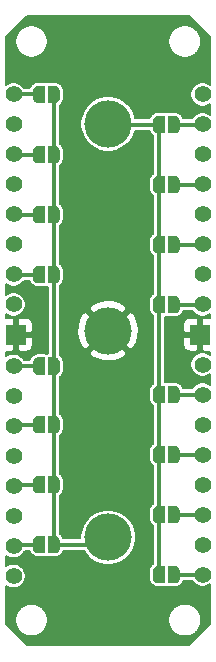
<source format=gbr>
G04 #@! TF.GenerationSoftware,KiCad,Pcbnew,5.1.5-52549c5~84~ubuntu18.04.1*
G04 #@! TF.CreationDate,2020-01-14T19:02:19-08:00*
G04 #@! TF.ProjectId,somos_dielectrode_v1.0,736f6d6f-735f-4646-9965-6c656374726f,rev?*
G04 #@! TF.SameCoordinates,Original*
G04 #@! TF.FileFunction,Copper,L1,Top*
G04 #@! TF.FilePolarity,Positive*
%FSLAX46Y46*%
G04 Gerber Fmt 4.6, Leading zero omitted, Abs format (unit mm)*
G04 Created by KiCad (PCBNEW 5.1.5-52549c5~84~ubuntu18.04.1) date 2020-01-14 19:02:19*
%MOMM*%
%LPD*%
G04 APERTURE LIST*
%ADD10C,0.100000*%
%ADD11R,1.700000X1.700000*%
%ADD12C,1.400000*%
%ADD13C,4.000000*%
%ADD14C,0.800000*%
%ADD15C,0.350000*%
%ADD16C,0.160000*%
G04 APERTURE END LIST*
G04 #@! TA.AperFunction,SMDPad,CuDef*
D10*
G36*
X144930000Y-84340000D02*
G01*
X145430000Y-84340000D01*
X145430000Y-84340602D01*
X145454534Y-84340602D01*
X145503365Y-84345412D01*
X145551490Y-84354984D01*
X145598445Y-84369228D01*
X145643778Y-84388005D01*
X145687051Y-84411136D01*
X145727850Y-84438396D01*
X145765779Y-84469524D01*
X145800476Y-84504221D01*
X145831604Y-84542150D01*
X145858864Y-84582949D01*
X145881995Y-84626222D01*
X145900772Y-84671555D01*
X145915016Y-84718510D01*
X145924588Y-84766635D01*
X145929398Y-84815466D01*
X145929398Y-84840000D01*
X145930000Y-84840000D01*
X145930000Y-85340000D01*
X145929398Y-85340000D01*
X145929398Y-85364534D01*
X145924588Y-85413365D01*
X145915016Y-85461490D01*
X145900772Y-85508445D01*
X145881995Y-85553778D01*
X145858864Y-85597051D01*
X145831604Y-85637850D01*
X145800476Y-85675779D01*
X145765779Y-85710476D01*
X145727850Y-85741604D01*
X145687051Y-85768864D01*
X145643778Y-85791995D01*
X145598445Y-85810772D01*
X145551490Y-85825016D01*
X145503365Y-85834588D01*
X145454534Y-85839398D01*
X145430000Y-85839398D01*
X145430000Y-85840000D01*
X144930000Y-85840000D01*
X144930000Y-84340000D01*
G37*
G04 #@! TD.AperFunction*
G04 #@! TA.AperFunction,SMDPad,CuDef*
G36*
X144130000Y-85839398D02*
G01*
X144105466Y-85839398D01*
X144056635Y-85834588D01*
X144008510Y-85825016D01*
X143961555Y-85810772D01*
X143916222Y-85791995D01*
X143872949Y-85768864D01*
X143832150Y-85741604D01*
X143794221Y-85710476D01*
X143759524Y-85675779D01*
X143728396Y-85637850D01*
X143701136Y-85597051D01*
X143678005Y-85553778D01*
X143659228Y-85508445D01*
X143644984Y-85461490D01*
X143635412Y-85413365D01*
X143630602Y-85364534D01*
X143630602Y-85340000D01*
X143630000Y-85340000D01*
X143630000Y-84840000D01*
X143630602Y-84840000D01*
X143630602Y-84815466D01*
X143635412Y-84766635D01*
X143644984Y-84718510D01*
X143659228Y-84671555D01*
X143678005Y-84626222D01*
X143701136Y-84582949D01*
X143728396Y-84542150D01*
X143759524Y-84504221D01*
X143794221Y-84469524D01*
X143832150Y-84438396D01*
X143872949Y-84411136D01*
X143916222Y-84388005D01*
X143961555Y-84369228D01*
X144008510Y-84354984D01*
X144056635Y-84345412D01*
X144105466Y-84340602D01*
X144130000Y-84340602D01*
X144130000Y-84340000D01*
X144630000Y-84340000D01*
X144630000Y-85840000D01*
X144130000Y-85840000D01*
X144130000Y-85839398D01*
G37*
G04 #@! TD.AperFunction*
G04 #@! TA.AperFunction,SMDPad,CuDef*
G36*
X144930000Y-79250000D02*
G01*
X145430000Y-79250000D01*
X145430000Y-79250602D01*
X145454534Y-79250602D01*
X145503365Y-79255412D01*
X145551490Y-79264984D01*
X145598445Y-79279228D01*
X145643778Y-79298005D01*
X145687051Y-79321136D01*
X145727850Y-79348396D01*
X145765779Y-79379524D01*
X145800476Y-79414221D01*
X145831604Y-79452150D01*
X145858864Y-79492949D01*
X145881995Y-79536222D01*
X145900772Y-79581555D01*
X145915016Y-79628510D01*
X145924588Y-79676635D01*
X145929398Y-79725466D01*
X145929398Y-79750000D01*
X145930000Y-79750000D01*
X145930000Y-80250000D01*
X145929398Y-80250000D01*
X145929398Y-80274534D01*
X145924588Y-80323365D01*
X145915016Y-80371490D01*
X145900772Y-80418445D01*
X145881995Y-80463778D01*
X145858864Y-80507051D01*
X145831604Y-80547850D01*
X145800476Y-80585779D01*
X145765779Y-80620476D01*
X145727850Y-80651604D01*
X145687051Y-80678864D01*
X145643778Y-80701995D01*
X145598445Y-80720772D01*
X145551490Y-80735016D01*
X145503365Y-80744588D01*
X145454534Y-80749398D01*
X145430000Y-80749398D01*
X145430000Y-80750000D01*
X144930000Y-80750000D01*
X144930000Y-79250000D01*
G37*
G04 #@! TD.AperFunction*
G04 #@! TA.AperFunction,SMDPad,CuDef*
G36*
X144130000Y-80749398D02*
G01*
X144105466Y-80749398D01*
X144056635Y-80744588D01*
X144008510Y-80735016D01*
X143961555Y-80720772D01*
X143916222Y-80701995D01*
X143872949Y-80678864D01*
X143832150Y-80651604D01*
X143794221Y-80620476D01*
X143759524Y-80585779D01*
X143728396Y-80547850D01*
X143701136Y-80507051D01*
X143678005Y-80463778D01*
X143659228Y-80418445D01*
X143644984Y-80371490D01*
X143635412Y-80323365D01*
X143630602Y-80274534D01*
X143630602Y-80250000D01*
X143630000Y-80250000D01*
X143630000Y-79750000D01*
X143630602Y-79750000D01*
X143630602Y-79725466D01*
X143635412Y-79676635D01*
X143644984Y-79628510D01*
X143659228Y-79581555D01*
X143678005Y-79536222D01*
X143701136Y-79492949D01*
X143728396Y-79452150D01*
X143759524Y-79414221D01*
X143794221Y-79379524D01*
X143832150Y-79348396D01*
X143872949Y-79321136D01*
X143916222Y-79298005D01*
X143961555Y-79279228D01*
X144008510Y-79264984D01*
X144056635Y-79255412D01*
X144105466Y-79250602D01*
X144130000Y-79250602D01*
X144130000Y-79250000D01*
X144630000Y-79250000D01*
X144630000Y-80750000D01*
X144130000Y-80750000D01*
X144130000Y-80749398D01*
G37*
G04 #@! TD.AperFunction*
G04 #@! TA.AperFunction,SMDPad,CuDef*
G36*
X144930000Y-89420000D02*
G01*
X145430000Y-89420000D01*
X145430000Y-89420602D01*
X145454534Y-89420602D01*
X145503365Y-89425412D01*
X145551490Y-89434984D01*
X145598445Y-89449228D01*
X145643778Y-89468005D01*
X145687051Y-89491136D01*
X145727850Y-89518396D01*
X145765779Y-89549524D01*
X145800476Y-89584221D01*
X145831604Y-89622150D01*
X145858864Y-89662949D01*
X145881995Y-89706222D01*
X145900772Y-89751555D01*
X145915016Y-89798510D01*
X145924588Y-89846635D01*
X145929398Y-89895466D01*
X145929398Y-89920000D01*
X145930000Y-89920000D01*
X145930000Y-90420000D01*
X145929398Y-90420000D01*
X145929398Y-90444534D01*
X145924588Y-90493365D01*
X145915016Y-90541490D01*
X145900772Y-90588445D01*
X145881995Y-90633778D01*
X145858864Y-90677051D01*
X145831604Y-90717850D01*
X145800476Y-90755779D01*
X145765779Y-90790476D01*
X145727850Y-90821604D01*
X145687051Y-90848864D01*
X145643778Y-90871995D01*
X145598445Y-90890772D01*
X145551490Y-90905016D01*
X145503365Y-90914588D01*
X145454534Y-90919398D01*
X145430000Y-90919398D01*
X145430000Y-90920000D01*
X144930000Y-90920000D01*
X144930000Y-89420000D01*
G37*
G04 #@! TD.AperFunction*
G04 #@! TA.AperFunction,SMDPad,CuDef*
G36*
X144130000Y-90919398D02*
G01*
X144105466Y-90919398D01*
X144056635Y-90914588D01*
X144008510Y-90905016D01*
X143961555Y-90890772D01*
X143916222Y-90871995D01*
X143872949Y-90848864D01*
X143832150Y-90821604D01*
X143794221Y-90790476D01*
X143759524Y-90755779D01*
X143728396Y-90717850D01*
X143701136Y-90677051D01*
X143678005Y-90633778D01*
X143659228Y-90588445D01*
X143644984Y-90541490D01*
X143635412Y-90493365D01*
X143630602Y-90444534D01*
X143630602Y-90420000D01*
X143630000Y-90420000D01*
X143630000Y-89920000D01*
X143630602Y-89920000D01*
X143630602Y-89895466D01*
X143635412Y-89846635D01*
X143644984Y-89798510D01*
X143659228Y-89751555D01*
X143678005Y-89706222D01*
X143701136Y-89662949D01*
X143728396Y-89622150D01*
X143759524Y-89584221D01*
X143794221Y-89549524D01*
X143832150Y-89518396D01*
X143872949Y-89491136D01*
X143916222Y-89468005D01*
X143961555Y-89449228D01*
X144008510Y-89434984D01*
X144056635Y-89425412D01*
X144105466Y-89420602D01*
X144130000Y-89420602D01*
X144130000Y-89420000D01*
X144630000Y-89420000D01*
X144630000Y-90920000D01*
X144130000Y-90920000D01*
X144130000Y-90919398D01*
G37*
G04 #@! TD.AperFunction*
G04 #@! TA.AperFunction,SMDPad,CuDef*
G36*
X144930000Y-94500000D02*
G01*
X145430000Y-94500000D01*
X145430000Y-94500602D01*
X145454534Y-94500602D01*
X145503365Y-94505412D01*
X145551490Y-94514984D01*
X145598445Y-94529228D01*
X145643778Y-94548005D01*
X145687051Y-94571136D01*
X145727850Y-94598396D01*
X145765779Y-94629524D01*
X145800476Y-94664221D01*
X145831604Y-94702150D01*
X145858864Y-94742949D01*
X145881995Y-94786222D01*
X145900772Y-94831555D01*
X145915016Y-94878510D01*
X145924588Y-94926635D01*
X145929398Y-94975466D01*
X145929398Y-95000000D01*
X145930000Y-95000000D01*
X145930000Y-95500000D01*
X145929398Y-95500000D01*
X145929398Y-95524534D01*
X145924588Y-95573365D01*
X145915016Y-95621490D01*
X145900772Y-95668445D01*
X145881995Y-95713778D01*
X145858864Y-95757051D01*
X145831604Y-95797850D01*
X145800476Y-95835779D01*
X145765779Y-95870476D01*
X145727850Y-95901604D01*
X145687051Y-95928864D01*
X145643778Y-95951995D01*
X145598445Y-95970772D01*
X145551490Y-95985016D01*
X145503365Y-95994588D01*
X145454534Y-95999398D01*
X145430000Y-95999398D01*
X145430000Y-96000000D01*
X144930000Y-96000000D01*
X144930000Y-94500000D01*
G37*
G04 #@! TD.AperFunction*
G04 #@! TA.AperFunction,SMDPad,CuDef*
G36*
X144130000Y-95999398D02*
G01*
X144105466Y-95999398D01*
X144056635Y-95994588D01*
X144008510Y-95985016D01*
X143961555Y-95970772D01*
X143916222Y-95951995D01*
X143872949Y-95928864D01*
X143832150Y-95901604D01*
X143794221Y-95870476D01*
X143759524Y-95835779D01*
X143728396Y-95797850D01*
X143701136Y-95757051D01*
X143678005Y-95713778D01*
X143659228Y-95668445D01*
X143644984Y-95621490D01*
X143635412Y-95573365D01*
X143630602Y-95524534D01*
X143630602Y-95500000D01*
X143630000Y-95500000D01*
X143630000Y-95000000D01*
X143630602Y-95000000D01*
X143630602Y-94975466D01*
X143635412Y-94926635D01*
X143644984Y-94878510D01*
X143659228Y-94831555D01*
X143678005Y-94786222D01*
X143701136Y-94742949D01*
X143728396Y-94702150D01*
X143759524Y-94664221D01*
X143794221Y-94629524D01*
X143832150Y-94598396D01*
X143872949Y-94571136D01*
X143916222Y-94548005D01*
X143961555Y-94529228D01*
X144008510Y-94514984D01*
X144056635Y-94505412D01*
X144105466Y-94500602D01*
X144130000Y-94500602D01*
X144130000Y-94500000D01*
X144630000Y-94500000D01*
X144630000Y-96000000D01*
X144130000Y-96000000D01*
X144130000Y-95999398D01*
G37*
G04 #@! TD.AperFunction*
G04 #@! TA.AperFunction,SMDPad,CuDef*
G36*
X144930000Y-102250000D02*
G01*
X145430000Y-102250000D01*
X145430000Y-102250602D01*
X145454534Y-102250602D01*
X145503365Y-102255412D01*
X145551490Y-102264984D01*
X145598445Y-102279228D01*
X145643778Y-102298005D01*
X145687051Y-102321136D01*
X145727850Y-102348396D01*
X145765779Y-102379524D01*
X145800476Y-102414221D01*
X145831604Y-102452150D01*
X145858864Y-102492949D01*
X145881995Y-102536222D01*
X145900772Y-102581555D01*
X145915016Y-102628510D01*
X145924588Y-102676635D01*
X145929398Y-102725466D01*
X145929398Y-102750000D01*
X145930000Y-102750000D01*
X145930000Y-103250000D01*
X145929398Y-103250000D01*
X145929398Y-103274534D01*
X145924588Y-103323365D01*
X145915016Y-103371490D01*
X145900772Y-103418445D01*
X145881995Y-103463778D01*
X145858864Y-103507051D01*
X145831604Y-103547850D01*
X145800476Y-103585779D01*
X145765779Y-103620476D01*
X145727850Y-103651604D01*
X145687051Y-103678864D01*
X145643778Y-103701995D01*
X145598445Y-103720772D01*
X145551490Y-103735016D01*
X145503365Y-103744588D01*
X145454534Y-103749398D01*
X145430000Y-103749398D01*
X145430000Y-103750000D01*
X144930000Y-103750000D01*
X144930000Y-102250000D01*
G37*
G04 #@! TD.AperFunction*
G04 #@! TA.AperFunction,SMDPad,CuDef*
G36*
X144130000Y-103749398D02*
G01*
X144105466Y-103749398D01*
X144056635Y-103744588D01*
X144008510Y-103735016D01*
X143961555Y-103720772D01*
X143916222Y-103701995D01*
X143872949Y-103678864D01*
X143832150Y-103651604D01*
X143794221Y-103620476D01*
X143759524Y-103585779D01*
X143728396Y-103547850D01*
X143701136Y-103507051D01*
X143678005Y-103463778D01*
X143659228Y-103418445D01*
X143644984Y-103371490D01*
X143635412Y-103323365D01*
X143630602Y-103274534D01*
X143630602Y-103250000D01*
X143630000Y-103250000D01*
X143630000Y-102750000D01*
X143630602Y-102750000D01*
X143630602Y-102725466D01*
X143635412Y-102676635D01*
X143644984Y-102628510D01*
X143659228Y-102581555D01*
X143678005Y-102536222D01*
X143701136Y-102492949D01*
X143728396Y-102452150D01*
X143759524Y-102414221D01*
X143794221Y-102379524D01*
X143832150Y-102348396D01*
X143872949Y-102321136D01*
X143916222Y-102298005D01*
X143961555Y-102279228D01*
X144008510Y-102264984D01*
X144056635Y-102255412D01*
X144105466Y-102250602D01*
X144130000Y-102250602D01*
X144130000Y-102250000D01*
X144630000Y-102250000D01*
X144630000Y-103750000D01*
X144130000Y-103750000D01*
X144130000Y-103749398D01*
G37*
G04 #@! TD.AperFunction*
G04 #@! TA.AperFunction,SMDPad,CuDef*
G36*
X144930000Y-107200000D02*
G01*
X145430000Y-107200000D01*
X145430000Y-107200602D01*
X145454534Y-107200602D01*
X145503365Y-107205412D01*
X145551490Y-107214984D01*
X145598445Y-107229228D01*
X145643778Y-107248005D01*
X145687051Y-107271136D01*
X145727850Y-107298396D01*
X145765779Y-107329524D01*
X145800476Y-107364221D01*
X145831604Y-107402150D01*
X145858864Y-107442949D01*
X145881995Y-107486222D01*
X145900772Y-107531555D01*
X145915016Y-107578510D01*
X145924588Y-107626635D01*
X145929398Y-107675466D01*
X145929398Y-107700000D01*
X145930000Y-107700000D01*
X145930000Y-108200000D01*
X145929398Y-108200000D01*
X145929398Y-108224534D01*
X145924588Y-108273365D01*
X145915016Y-108321490D01*
X145900772Y-108368445D01*
X145881995Y-108413778D01*
X145858864Y-108457051D01*
X145831604Y-108497850D01*
X145800476Y-108535779D01*
X145765779Y-108570476D01*
X145727850Y-108601604D01*
X145687051Y-108628864D01*
X145643778Y-108651995D01*
X145598445Y-108670772D01*
X145551490Y-108685016D01*
X145503365Y-108694588D01*
X145454534Y-108699398D01*
X145430000Y-108699398D01*
X145430000Y-108700000D01*
X144930000Y-108700000D01*
X144930000Y-107200000D01*
G37*
G04 #@! TD.AperFunction*
G04 #@! TA.AperFunction,SMDPad,CuDef*
G36*
X144130000Y-108699398D02*
G01*
X144105466Y-108699398D01*
X144056635Y-108694588D01*
X144008510Y-108685016D01*
X143961555Y-108670772D01*
X143916222Y-108651995D01*
X143872949Y-108628864D01*
X143832150Y-108601604D01*
X143794221Y-108570476D01*
X143759524Y-108535779D01*
X143728396Y-108497850D01*
X143701136Y-108457051D01*
X143678005Y-108413778D01*
X143659228Y-108368445D01*
X143644984Y-108321490D01*
X143635412Y-108273365D01*
X143630602Y-108224534D01*
X143630602Y-108200000D01*
X143630000Y-108200000D01*
X143630000Y-107700000D01*
X143630602Y-107700000D01*
X143630602Y-107675466D01*
X143635412Y-107626635D01*
X143644984Y-107578510D01*
X143659228Y-107531555D01*
X143678005Y-107486222D01*
X143701136Y-107442949D01*
X143728396Y-107402150D01*
X143759524Y-107364221D01*
X143794221Y-107329524D01*
X143832150Y-107298396D01*
X143872949Y-107271136D01*
X143916222Y-107248005D01*
X143961555Y-107229228D01*
X144008510Y-107214984D01*
X144056635Y-107205412D01*
X144105466Y-107200602D01*
X144130000Y-107200602D01*
X144130000Y-107200000D01*
X144630000Y-107200000D01*
X144630000Y-108700000D01*
X144130000Y-108700000D01*
X144130000Y-108699398D01*
G37*
G04 #@! TD.AperFunction*
G04 #@! TA.AperFunction,SMDPad,CuDef*
G36*
X144930000Y-112280000D02*
G01*
X145430000Y-112280000D01*
X145430000Y-112280602D01*
X145454534Y-112280602D01*
X145503365Y-112285412D01*
X145551490Y-112294984D01*
X145598445Y-112309228D01*
X145643778Y-112328005D01*
X145687051Y-112351136D01*
X145727850Y-112378396D01*
X145765779Y-112409524D01*
X145800476Y-112444221D01*
X145831604Y-112482150D01*
X145858864Y-112522949D01*
X145881995Y-112566222D01*
X145900772Y-112611555D01*
X145915016Y-112658510D01*
X145924588Y-112706635D01*
X145929398Y-112755466D01*
X145929398Y-112780000D01*
X145930000Y-112780000D01*
X145930000Y-113280000D01*
X145929398Y-113280000D01*
X145929398Y-113304534D01*
X145924588Y-113353365D01*
X145915016Y-113401490D01*
X145900772Y-113448445D01*
X145881995Y-113493778D01*
X145858864Y-113537051D01*
X145831604Y-113577850D01*
X145800476Y-113615779D01*
X145765779Y-113650476D01*
X145727850Y-113681604D01*
X145687051Y-113708864D01*
X145643778Y-113731995D01*
X145598445Y-113750772D01*
X145551490Y-113765016D01*
X145503365Y-113774588D01*
X145454534Y-113779398D01*
X145430000Y-113779398D01*
X145430000Y-113780000D01*
X144930000Y-113780000D01*
X144930000Y-112280000D01*
G37*
G04 #@! TD.AperFunction*
G04 #@! TA.AperFunction,SMDPad,CuDef*
G36*
X144130000Y-113779398D02*
G01*
X144105466Y-113779398D01*
X144056635Y-113774588D01*
X144008510Y-113765016D01*
X143961555Y-113750772D01*
X143916222Y-113731995D01*
X143872949Y-113708864D01*
X143832150Y-113681604D01*
X143794221Y-113650476D01*
X143759524Y-113615779D01*
X143728396Y-113577850D01*
X143701136Y-113537051D01*
X143678005Y-113493778D01*
X143659228Y-113448445D01*
X143644984Y-113401490D01*
X143635412Y-113353365D01*
X143630602Y-113304534D01*
X143630602Y-113280000D01*
X143630000Y-113280000D01*
X143630000Y-112780000D01*
X143630602Y-112780000D01*
X143630602Y-112755466D01*
X143635412Y-112706635D01*
X143644984Y-112658510D01*
X143659228Y-112611555D01*
X143678005Y-112566222D01*
X143701136Y-112522949D01*
X143728396Y-112482150D01*
X143759524Y-112444221D01*
X143794221Y-112409524D01*
X143832150Y-112378396D01*
X143872949Y-112351136D01*
X143916222Y-112328005D01*
X143961555Y-112309228D01*
X144008510Y-112294984D01*
X144056635Y-112285412D01*
X144105466Y-112280602D01*
X144130000Y-112280602D01*
X144130000Y-112280000D01*
X144630000Y-112280000D01*
X144630000Y-113780000D01*
X144130000Y-113780000D01*
X144130000Y-113779398D01*
G37*
G04 #@! TD.AperFunction*
G04 #@! TA.AperFunction,SMDPad,CuDef*
G36*
X144930000Y-117360000D02*
G01*
X145430000Y-117360000D01*
X145430000Y-117360602D01*
X145454534Y-117360602D01*
X145503365Y-117365412D01*
X145551490Y-117374984D01*
X145598445Y-117389228D01*
X145643778Y-117408005D01*
X145687051Y-117431136D01*
X145727850Y-117458396D01*
X145765779Y-117489524D01*
X145800476Y-117524221D01*
X145831604Y-117562150D01*
X145858864Y-117602949D01*
X145881995Y-117646222D01*
X145900772Y-117691555D01*
X145915016Y-117738510D01*
X145924588Y-117786635D01*
X145929398Y-117835466D01*
X145929398Y-117860000D01*
X145930000Y-117860000D01*
X145930000Y-118360000D01*
X145929398Y-118360000D01*
X145929398Y-118384534D01*
X145924588Y-118433365D01*
X145915016Y-118481490D01*
X145900772Y-118528445D01*
X145881995Y-118573778D01*
X145858864Y-118617051D01*
X145831604Y-118657850D01*
X145800476Y-118695779D01*
X145765779Y-118730476D01*
X145727850Y-118761604D01*
X145687051Y-118788864D01*
X145643778Y-118811995D01*
X145598445Y-118830772D01*
X145551490Y-118845016D01*
X145503365Y-118854588D01*
X145454534Y-118859398D01*
X145430000Y-118859398D01*
X145430000Y-118860000D01*
X144930000Y-118860000D01*
X144930000Y-117360000D01*
G37*
G04 #@! TD.AperFunction*
G04 #@! TA.AperFunction,SMDPad,CuDef*
G36*
X144130000Y-118859398D02*
G01*
X144105466Y-118859398D01*
X144056635Y-118854588D01*
X144008510Y-118845016D01*
X143961555Y-118830772D01*
X143916222Y-118811995D01*
X143872949Y-118788864D01*
X143832150Y-118761604D01*
X143794221Y-118730476D01*
X143759524Y-118695779D01*
X143728396Y-118657850D01*
X143701136Y-118617051D01*
X143678005Y-118573778D01*
X143659228Y-118528445D01*
X143644984Y-118481490D01*
X143635412Y-118433365D01*
X143630602Y-118384534D01*
X143630602Y-118360000D01*
X143630000Y-118360000D01*
X143630000Y-117860000D01*
X143630602Y-117860000D01*
X143630602Y-117835466D01*
X143635412Y-117786635D01*
X143644984Y-117738510D01*
X143659228Y-117691555D01*
X143678005Y-117646222D01*
X143701136Y-117602949D01*
X143728396Y-117562150D01*
X143759524Y-117524221D01*
X143794221Y-117489524D01*
X143832150Y-117458396D01*
X143872949Y-117431136D01*
X143916222Y-117408005D01*
X143961555Y-117389228D01*
X144008510Y-117374984D01*
X144056635Y-117365412D01*
X144105466Y-117360602D01*
X144130000Y-117360602D01*
X144130000Y-117360000D01*
X144630000Y-117360000D01*
X144630000Y-118860000D01*
X144130000Y-118860000D01*
X144130000Y-118859398D01*
G37*
G04 #@! TD.AperFunction*
G04 #@! TA.AperFunction,SMDPad,CuDef*
G36*
X154790000Y-83300000D02*
G01*
X154290000Y-83300000D01*
X154290000Y-83299398D01*
X154265466Y-83299398D01*
X154216635Y-83294588D01*
X154168510Y-83285016D01*
X154121555Y-83270772D01*
X154076222Y-83251995D01*
X154032949Y-83228864D01*
X153992150Y-83201604D01*
X153954221Y-83170476D01*
X153919524Y-83135779D01*
X153888396Y-83097850D01*
X153861136Y-83057051D01*
X153838005Y-83013778D01*
X153819228Y-82968445D01*
X153804984Y-82921490D01*
X153795412Y-82873365D01*
X153790602Y-82824534D01*
X153790602Y-82800000D01*
X153790000Y-82800000D01*
X153790000Y-82300000D01*
X153790602Y-82300000D01*
X153790602Y-82275466D01*
X153795412Y-82226635D01*
X153804984Y-82178510D01*
X153819228Y-82131555D01*
X153838005Y-82086222D01*
X153861136Y-82042949D01*
X153888396Y-82002150D01*
X153919524Y-81964221D01*
X153954221Y-81929524D01*
X153992150Y-81898396D01*
X154032949Y-81871136D01*
X154076222Y-81848005D01*
X154121555Y-81829228D01*
X154168510Y-81814984D01*
X154216635Y-81805412D01*
X154265466Y-81800602D01*
X154290000Y-81800602D01*
X154290000Y-81800000D01*
X154790000Y-81800000D01*
X154790000Y-83300000D01*
G37*
G04 #@! TD.AperFunction*
G04 #@! TA.AperFunction,SMDPad,CuDef*
G36*
X155590000Y-81800602D02*
G01*
X155614534Y-81800602D01*
X155663365Y-81805412D01*
X155711490Y-81814984D01*
X155758445Y-81829228D01*
X155803778Y-81848005D01*
X155847051Y-81871136D01*
X155887850Y-81898396D01*
X155925779Y-81929524D01*
X155960476Y-81964221D01*
X155991604Y-82002150D01*
X156018864Y-82042949D01*
X156041995Y-82086222D01*
X156060772Y-82131555D01*
X156075016Y-82178510D01*
X156084588Y-82226635D01*
X156089398Y-82275466D01*
X156089398Y-82300000D01*
X156090000Y-82300000D01*
X156090000Y-82800000D01*
X156089398Y-82800000D01*
X156089398Y-82824534D01*
X156084588Y-82873365D01*
X156075016Y-82921490D01*
X156060772Y-82968445D01*
X156041995Y-83013778D01*
X156018864Y-83057051D01*
X155991604Y-83097850D01*
X155960476Y-83135779D01*
X155925779Y-83170476D01*
X155887850Y-83201604D01*
X155847051Y-83228864D01*
X155803778Y-83251995D01*
X155758445Y-83270772D01*
X155711490Y-83285016D01*
X155663365Y-83294588D01*
X155614534Y-83299398D01*
X155590000Y-83299398D01*
X155590000Y-83300000D01*
X155090000Y-83300000D01*
X155090000Y-81800000D01*
X155590000Y-81800000D01*
X155590000Y-81800602D01*
G37*
G04 #@! TD.AperFunction*
G04 #@! TA.AperFunction,SMDPad,CuDef*
G36*
X154790000Y-88380000D02*
G01*
X154290000Y-88380000D01*
X154290000Y-88379398D01*
X154265466Y-88379398D01*
X154216635Y-88374588D01*
X154168510Y-88365016D01*
X154121555Y-88350772D01*
X154076222Y-88331995D01*
X154032949Y-88308864D01*
X153992150Y-88281604D01*
X153954221Y-88250476D01*
X153919524Y-88215779D01*
X153888396Y-88177850D01*
X153861136Y-88137051D01*
X153838005Y-88093778D01*
X153819228Y-88048445D01*
X153804984Y-88001490D01*
X153795412Y-87953365D01*
X153790602Y-87904534D01*
X153790602Y-87880000D01*
X153790000Y-87880000D01*
X153790000Y-87380000D01*
X153790602Y-87380000D01*
X153790602Y-87355466D01*
X153795412Y-87306635D01*
X153804984Y-87258510D01*
X153819228Y-87211555D01*
X153838005Y-87166222D01*
X153861136Y-87122949D01*
X153888396Y-87082150D01*
X153919524Y-87044221D01*
X153954221Y-87009524D01*
X153992150Y-86978396D01*
X154032949Y-86951136D01*
X154076222Y-86928005D01*
X154121555Y-86909228D01*
X154168510Y-86894984D01*
X154216635Y-86885412D01*
X154265466Y-86880602D01*
X154290000Y-86880602D01*
X154290000Y-86880000D01*
X154790000Y-86880000D01*
X154790000Y-88380000D01*
G37*
G04 #@! TD.AperFunction*
G04 #@! TA.AperFunction,SMDPad,CuDef*
G36*
X155590000Y-86880602D02*
G01*
X155614534Y-86880602D01*
X155663365Y-86885412D01*
X155711490Y-86894984D01*
X155758445Y-86909228D01*
X155803778Y-86928005D01*
X155847051Y-86951136D01*
X155887850Y-86978396D01*
X155925779Y-87009524D01*
X155960476Y-87044221D01*
X155991604Y-87082150D01*
X156018864Y-87122949D01*
X156041995Y-87166222D01*
X156060772Y-87211555D01*
X156075016Y-87258510D01*
X156084588Y-87306635D01*
X156089398Y-87355466D01*
X156089398Y-87380000D01*
X156090000Y-87380000D01*
X156090000Y-87880000D01*
X156089398Y-87880000D01*
X156089398Y-87904534D01*
X156084588Y-87953365D01*
X156075016Y-88001490D01*
X156060772Y-88048445D01*
X156041995Y-88093778D01*
X156018864Y-88137051D01*
X155991604Y-88177850D01*
X155960476Y-88215779D01*
X155925779Y-88250476D01*
X155887850Y-88281604D01*
X155847051Y-88308864D01*
X155803778Y-88331995D01*
X155758445Y-88350772D01*
X155711490Y-88365016D01*
X155663365Y-88374588D01*
X155614534Y-88379398D01*
X155590000Y-88379398D01*
X155590000Y-88380000D01*
X155090000Y-88380000D01*
X155090000Y-86880000D01*
X155590000Y-86880000D01*
X155590000Y-86880602D01*
G37*
G04 #@! TD.AperFunction*
G04 #@! TA.AperFunction,SMDPad,CuDef*
G36*
X154790000Y-93460000D02*
G01*
X154290000Y-93460000D01*
X154290000Y-93459398D01*
X154265466Y-93459398D01*
X154216635Y-93454588D01*
X154168510Y-93445016D01*
X154121555Y-93430772D01*
X154076222Y-93411995D01*
X154032949Y-93388864D01*
X153992150Y-93361604D01*
X153954221Y-93330476D01*
X153919524Y-93295779D01*
X153888396Y-93257850D01*
X153861136Y-93217051D01*
X153838005Y-93173778D01*
X153819228Y-93128445D01*
X153804984Y-93081490D01*
X153795412Y-93033365D01*
X153790602Y-92984534D01*
X153790602Y-92960000D01*
X153790000Y-92960000D01*
X153790000Y-92460000D01*
X153790602Y-92460000D01*
X153790602Y-92435466D01*
X153795412Y-92386635D01*
X153804984Y-92338510D01*
X153819228Y-92291555D01*
X153838005Y-92246222D01*
X153861136Y-92202949D01*
X153888396Y-92162150D01*
X153919524Y-92124221D01*
X153954221Y-92089524D01*
X153992150Y-92058396D01*
X154032949Y-92031136D01*
X154076222Y-92008005D01*
X154121555Y-91989228D01*
X154168510Y-91974984D01*
X154216635Y-91965412D01*
X154265466Y-91960602D01*
X154290000Y-91960602D01*
X154290000Y-91960000D01*
X154790000Y-91960000D01*
X154790000Y-93460000D01*
G37*
G04 #@! TD.AperFunction*
G04 #@! TA.AperFunction,SMDPad,CuDef*
G36*
X155590000Y-91960602D02*
G01*
X155614534Y-91960602D01*
X155663365Y-91965412D01*
X155711490Y-91974984D01*
X155758445Y-91989228D01*
X155803778Y-92008005D01*
X155847051Y-92031136D01*
X155887850Y-92058396D01*
X155925779Y-92089524D01*
X155960476Y-92124221D01*
X155991604Y-92162150D01*
X156018864Y-92202949D01*
X156041995Y-92246222D01*
X156060772Y-92291555D01*
X156075016Y-92338510D01*
X156084588Y-92386635D01*
X156089398Y-92435466D01*
X156089398Y-92460000D01*
X156090000Y-92460000D01*
X156090000Y-92960000D01*
X156089398Y-92960000D01*
X156089398Y-92984534D01*
X156084588Y-93033365D01*
X156075016Y-93081490D01*
X156060772Y-93128445D01*
X156041995Y-93173778D01*
X156018864Y-93217051D01*
X155991604Y-93257850D01*
X155960476Y-93295779D01*
X155925779Y-93330476D01*
X155887850Y-93361604D01*
X155847051Y-93388864D01*
X155803778Y-93411995D01*
X155758445Y-93430772D01*
X155711490Y-93445016D01*
X155663365Y-93454588D01*
X155614534Y-93459398D01*
X155590000Y-93459398D01*
X155590000Y-93460000D01*
X155090000Y-93460000D01*
X155090000Y-91960000D01*
X155590000Y-91960000D01*
X155590000Y-91960602D01*
G37*
G04 #@! TD.AperFunction*
G04 #@! TA.AperFunction,SMDPad,CuDef*
G36*
X154790000Y-106160000D02*
G01*
X154290000Y-106160000D01*
X154290000Y-106159398D01*
X154265466Y-106159398D01*
X154216635Y-106154588D01*
X154168510Y-106145016D01*
X154121555Y-106130772D01*
X154076222Y-106111995D01*
X154032949Y-106088864D01*
X153992150Y-106061604D01*
X153954221Y-106030476D01*
X153919524Y-105995779D01*
X153888396Y-105957850D01*
X153861136Y-105917051D01*
X153838005Y-105873778D01*
X153819228Y-105828445D01*
X153804984Y-105781490D01*
X153795412Y-105733365D01*
X153790602Y-105684534D01*
X153790602Y-105660000D01*
X153790000Y-105660000D01*
X153790000Y-105160000D01*
X153790602Y-105160000D01*
X153790602Y-105135466D01*
X153795412Y-105086635D01*
X153804984Y-105038510D01*
X153819228Y-104991555D01*
X153838005Y-104946222D01*
X153861136Y-104902949D01*
X153888396Y-104862150D01*
X153919524Y-104824221D01*
X153954221Y-104789524D01*
X153992150Y-104758396D01*
X154032949Y-104731136D01*
X154076222Y-104708005D01*
X154121555Y-104689228D01*
X154168510Y-104674984D01*
X154216635Y-104665412D01*
X154265466Y-104660602D01*
X154290000Y-104660602D01*
X154290000Y-104660000D01*
X154790000Y-104660000D01*
X154790000Y-106160000D01*
G37*
G04 #@! TD.AperFunction*
G04 #@! TA.AperFunction,SMDPad,CuDef*
G36*
X155590000Y-104660602D02*
G01*
X155614534Y-104660602D01*
X155663365Y-104665412D01*
X155711490Y-104674984D01*
X155758445Y-104689228D01*
X155803778Y-104708005D01*
X155847051Y-104731136D01*
X155887850Y-104758396D01*
X155925779Y-104789524D01*
X155960476Y-104824221D01*
X155991604Y-104862150D01*
X156018864Y-104902949D01*
X156041995Y-104946222D01*
X156060772Y-104991555D01*
X156075016Y-105038510D01*
X156084588Y-105086635D01*
X156089398Y-105135466D01*
X156089398Y-105160000D01*
X156090000Y-105160000D01*
X156090000Y-105660000D01*
X156089398Y-105660000D01*
X156089398Y-105684534D01*
X156084588Y-105733365D01*
X156075016Y-105781490D01*
X156060772Y-105828445D01*
X156041995Y-105873778D01*
X156018864Y-105917051D01*
X155991604Y-105957850D01*
X155960476Y-105995779D01*
X155925779Y-106030476D01*
X155887850Y-106061604D01*
X155847051Y-106088864D01*
X155803778Y-106111995D01*
X155758445Y-106130772D01*
X155711490Y-106145016D01*
X155663365Y-106154588D01*
X155614534Y-106159398D01*
X155590000Y-106159398D01*
X155590000Y-106160000D01*
X155090000Y-106160000D01*
X155090000Y-104660000D01*
X155590000Y-104660000D01*
X155590000Y-104660602D01*
G37*
G04 #@! TD.AperFunction*
G04 #@! TA.AperFunction,SMDPad,CuDef*
G36*
X154790000Y-111240000D02*
G01*
X154290000Y-111240000D01*
X154290000Y-111239398D01*
X154265466Y-111239398D01*
X154216635Y-111234588D01*
X154168510Y-111225016D01*
X154121555Y-111210772D01*
X154076222Y-111191995D01*
X154032949Y-111168864D01*
X153992150Y-111141604D01*
X153954221Y-111110476D01*
X153919524Y-111075779D01*
X153888396Y-111037850D01*
X153861136Y-110997051D01*
X153838005Y-110953778D01*
X153819228Y-110908445D01*
X153804984Y-110861490D01*
X153795412Y-110813365D01*
X153790602Y-110764534D01*
X153790602Y-110740000D01*
X153790000Y-110740000D01*
X153790000Y-110240000D01*
X153790602Y-110240000D01*
X153790602Y-110215466D01*
X153795412Y-110166635D01*
X153804984Y-110118510D01*
X153819228Y-110071555D01*
X153838005Y-110026222D01*
X153861136Y-109982949D01*
X153888396Y-109942150D01*
X153919524Y-109904221D01*
X153954221Y-109869524D01*
X153992150Y-109838396D01*
X154032949Y-109811136D01*
X154076222Y-109788005D01*
X154121555Y-109769228D01*
X154168510Y-109754984D01*
X154216635Y-109745412D01*
X154265466Y-109740602D01*
X154290000Y-109740602D01*
X154290000Y-109740000D01*
X154790000Y-109740000D01*
X154790000Y-111240000D01*
G37*
G04 #@! TD.AperFunction*
G04 #@! TA.AperFunction,SMDPad,CuDef*
G36*
X155590000Y-109740602D02*
G01*
X155614534Y-109740602D01*
X155663365Y-109745412D01*
X155711490Y-109754984D01*
X155758445Y-109769228D01*
X155803778Y-109788005D01*
X155847051Y-109811136D01*
X155887850Y-109838396D01*
X155925779Y-109869524D01*
X155960476Y-109904221D01*
X155991604Y-109942150D01*
X156018864Y-109982949D01*
X156041995Y-110026222D01*
X156060772Y-110071555D01*
X156075016Y-110118510D01*
X156084588Y-110166635D01*
X156089398Y-110215466D01*
X156089398Y-110240000D01*
X156090000Y-110240000D01*
X156090000Y-110740000D01*
X156089398Y-110740000D01*
X156089398Y-110764534D01*
X156084588Y-110813365D01*
X156075016Y-110861490D01*
X156060772Y-110908445D01*
X156041995Y-110953778D01*
X156018864Y-110997051D01*
X155991604Y-111037850D01*
X155960476Y-111075779D01*
X155925779Y-111110476D01*
X155887850Y-111141604D01*
X155847051Y-111168864D01*
X155803778Y-111191995D01*
X155758445Y-111210772D01*
X155711490Y-111225016D01*
X155663365Y-111234588D01*
X155614534Y-111239398D01*
X155590000Y-111239398D01*
X155590000Y-111240000D01*
X155090000Y-111240000D01*
X155090000Y-109740000D01*
X155590000Y-109740000D01*
X155590000Y-109740602D01*
G37*
G04 #@! TD.AperFunction*
G04 #@! TA.AperFunction,SMDPad,CuDef*
G36*
X154790000Y-116320000D02*
G01*
X154290000Y-116320000D01*
X154290000Y-116319398D01*
X154265466Y-116319398D01*
X154216635Y-116314588D01*
X154168510Y-116305016D01*
X154121555Y-116290772D01*
X154076222Y-116271995D01*
X154032949Y-116248864D01*
X153992150Y-116221604D01*
X153954221Y-116190476D01*
X153919524Y-116155779D01*
X153888396Y-116117850D01*
X153861136Y-116077051D01*
X153838005Y-116033778D01*
X153819228Y-115988445D01*
X153804984Y-115941490D01*
X153795412Y-115893365D01*
X153790602Y-115844534D01*
X153790602Y-115820000D01*
X153790000Y-115820000D01*
X153790000Y-115320000D01*
X153790602Y-115320000D01*
X153790602Y-115295466D01*
X153795412Y-115246635D01*
X153804984Y-115198510D01*
X153819228Y-115151555D01*
X153838005Y-115106222D01*
X153861136Y-115062949D01*
X153888396Y-115022150D01*
X153919524Y-114984221D01*
X153954221Y-114949524D01*
X153992150Y-114918396D01*
X154032949Y-114891136D01*
X154076222Y-114868005D01*
X154121555Y-114849228D01*
X154168510Y-114834984D01*
X154216635Y-114825412D01*
X154265466Y-114820602D01*
X154290000Y-114820602D01*
X154290000Y-114820000D01*
X154790000Y-114820000D01*
X154790000Y-116320000D01*
G37*
G04 #@! TD.AperFunction*
G04 #@! TA.AperFunction,SMDPad,CuDef*
G36*
X155590000Y-114820602D02*
G01*
X155614534Y-114820602D01*
X155663365Y-114825412D01*
X155711490Y-114834984D01*
X155758445Y-114849228D01*
X155803778Y-114868005D01*
X155847051Y-114891136D01*
X155887850Y-114918396D01*
X155925779Y-114949524D01*
X155960476Y-114984221D01*
X155991604Y-115022150D01*
X156018864Y-115062949D01*
X156041995Y-115106222D01*
X156060772Y-115151555D01*
X156075016Y-115198510D01*
X156084588Y-115246635D01*
X156089398Y-115295466D01*
X156089398Y-115320000D01*
X156090000Y-115320000D01*
X156090000Y-115820000D01*
X156089398Y-115820000D01*
X156089398Y-115844534D01*
X156084588Y-115893365D01*
X156075016Y-115941490D01*
X156060772Y-115988445D01*
X156041995Y-116033778D01*
X156018864Y-116077051D01*
X155991604Y-116117850D01*
X155960476Y-116155779D01*
X155925779Y-116190476D01*
X155887850Y-116221604D01*
X155847051Y-116248864D01*
X155803778Y-116271995D01*
X155758445Y-116290772D01*
X155711490Y-116305016D01*
X155663365Y-116314588D01*
X155614534Y-116319398D01*
X155590000Y-116319398D01*
X155590000Y-116320000D01*
X155090000Y-116320000D01*
X155090000Y-114820000D01*
X155590000Y-114820000D01*
X155590000Y-114820602D01*
G37*
G04 #@! TD.AperFunction*
G04 #@! TA.AperFunction,SMDPad,CuDef*
G36*
X154790000Y-121400000D02*
G01*
X154290000Y-121400000D01*
X154290000Y-121399398D01*
X154265466Y-121399398D01*
X154216635Y-121394588D01*
X154168510Y-121385016D01*
X154121555Y-121370772D01*
X154076222Y-121351995D01*
X154032949Y-121328864D01*
X153992150Y-121301604D01*
X153954221Y-121270476D01*
X153919524Y-121235779D01*
X153888396Y-121197850D01*
X153861136Y-121157051D01*
X153838005Y-121113778D01*
X153819228Y-121068445D01*
X153804984Y-121021490D01*
X153795412Y-120973365D01*
X153790602Y-120924534D01*
X153790602Y-120900000D01*
X153790000Y-120900000D01*
X153790000Y-120400000D01*
X153790602Y-120400000D01*
X153790602Y-120375466D01*
X153795412Y-120326635D01*
X153804984Y-120278510D01*
X153819228Y-120231555D01*
X153838005Y-120186222D01*
X153861136Y-120142949D01*
X153888396Y-120102150D01*
X153919524Y-120064221D01*
X153954221Y-120029524D01*
X153992150Y-119998396D01*
X154032949Y-119971136D01*
X154076222Y-119948005D01*
X154121555Y-119929228D01*
X154168510Y-119914984D01*
X154216635Y-119905412D01*
X154265466Y-119900602D01*
X154290000Y-119900602D01*
X154290000Y-119900000D01*
X154790000Y-119900000D01*
X154790000Y-121400000D01*
G37*
G04 #@! TD.AperFunction*
G04 #@! TA.AperFunction,SMDPad,CuDef*
G36*
X155590000Y-119900602D02*
G01*
X155614534Y-119900602D01*
X155663365Y-119905412D01*
X155711490Y-119914984D01*
X155758445Y-119929228D01*
X155803778Y-119948005D01*
X155847051Y-119971136D01*
X155887850Y-119998396D01*
X155925779Y-120029524D01*
X155960476Y-120064221D01*
X155991604Y-120102150D01*
X156018864Y-120142949D01*
X156041995Y-120186222D01*
X156060772Y-120231555D01*
X156075016Y-120278510D01*
X156084588Y-120326635D01*
X156089398Y-120375466D01*
X156089398Y-120400000D01*
X156090000Y-120400000D01*
X156090000Y-120900000D01*
X156089398Y-120900000D01*
X156089398Y-120924534D01*
X156084588Y-120973365D01*
X156075016Y-121021490D01*
X156060772Y-121068445D01*
X156041995Y-121113778D01*
X156018864Y-121157051D01*
X155991604Y-121197850D01*
X155960476Y-121235779D01*
X155925779Y-121270476D01*
X155887850Y-121301604D01*
X155847051Y-121328864D01*
X155803778Y-121351995D01*
X155758445Y-121370772D01*
X155711490Y-121385016D01*
X155663365Y-121394588D01*
X155614534Y-121399398D01*
X155590000Y-121399398D01*
X155590000Y-121400000D01*
X155090000Y-121400000D01*
X155090000Y-119900000D01*
X155590000Y-119900000D01*
X155590000Y-119900602D01*
G37*
G04 #@! TD.AperFunction*
G04 #@! TA.AperFunction,SMDPad,CuDef*
G36*
X154790000Y-98540000D02*
G01*
X154290000Y-98540000D01*
X154290000Y-98539398D01*
X154265466Y-98539398D01*
X154216635Y-98534588D01*
X154168510Y-98525016D01*
X154121555Y-98510772D01*
X154076222Y-98491995D01*
X154032949Y-98468864D01*
X153992150Y-98441604D01*
X153954221Y-98410476D01*
X153919524Y-98375779D01*
X153888396Y-98337850D01*
X153861136Y-98297051D01*
X153838005Y-98253778D01*
X153819228Y-98208445D01*
X153804984Y-98161490D01*
X153795412Y-98113365D01*
X153790602Y-98064534D01*
X153790602Y-98040000D01*
X153790000Y-98040000D01*
X153790000Y-97540000D01*
X153790602Y-97540000D01*
X153790602Y-97515466D01*
X153795412Y-97466635D01*
X153804984Y-97418510D01*
X153819228Y-97371555D01*
X153838005Y-97326222D01*
X153861136Y-97282949D01*
X153888396Y-97242150D01*
X153919524Y-97204221D01*
X153954221Y-97169524D01*
X153992150Y-97138396D01*
X154032949Y-97111136D01*
X154076222Y-97088005D01*
X154121555Y-97069228D01*
X154168510Y-97054984D01*
X154216635Y-97045412D01*
X154265466Y-97040602D01*
X154290000Y-97040602D01*
X154290000Y-97040000D01*
X154790000Y-97040000D01*
X154790000Y-98540000D01*
G37*
G04 #@! TD.AperFunction*
G04 #@! TA.AperFunction,SMDPad,CuDef*
G36*
X155590000Y-97040602D02*
G01*
X155614534Y-97040602D01*
X155663365Y-97045412D01*
X155711490Y-97054984D01*
X155758445Y-97069228D01*
X155803778Y-97088005D01*
X155847051Y-97111136D01*
X155887850Y-97138396D01*
X155925779Y-97169524D01*
X155960476Y-97204221D01*
X155991604Y-97242150D01*
X156018864Y-97282949D01*
X156041995Y-97326222D01*
X156060772Y-97371555D01*
X156075016Y-97418510D01*
X156084588Y-97466635D01*
X156089398Y-97515466D01*
X156089398Y-97540000D01*
X156090000Y-97540000D01*
X156090000Y-98040000D01*
X156089398Y-98040000D01*
X156089398Y-98064534D01*
X156084588Y-98113365D01*
X156075016Y-98161490D01*
X156060772Y-98208445D01*
X156041995Y-98253778D01*
X156018864Y-98297051D01*
X155991604Y-98337850D01*
X155960476Y-98375779D01*
X155925779Y-98410476D01*
X155887850Y-98441604D01*
X155847051Y-98468864D01*
X155803778Y-98491995D01*
X155758445Y-98510772D01*
X155711490Y-98525016D01*
X155663365Y-98534588D01*
X155614534Y-98539398D01*
X155590000Y-98539398D01*
X155590000Y-98540000D01*
X155090000Y-98540000D01*
X155090000Y-97040000D01*
X155590000Y-97040000D01*
X155590000Y-97040602D01*
G37*
G04 #@! TD.AperFunction*
D11*
X142200000Y-100330000D03*
X157800000Y-100330000D03*
D12*
X142000000Y-97780000D03*
X142000000Y-95240000D03*
X142000000Y-92700000D03*
X142000000Y-90160000D03*
X142000000Y-87620000D03*
X142000000Y-85080000D03*
X142000000Y-82540000D03*
X142000000Y-80000000D03*
X142000000Y-120780000D03*
X142000000Y-118240000D03*
X142000000Y-115700000D03*
X142000000Y-113160000D03*
X142000000Y-110620000D03*
X142000000Y-108080000D03*
X142000000Y-105540000D03*
X142000000Y-103000000D03*
X158000000Y-120650000D03*
X158000000Y-118110000D03*
X158000000Y-115570000D03*
X158000000Y-113030000D03*
X158000000Y-110490000D03*
X158000000Y-107950000D03*
X158000000Y-105410000D03*
X158000000Y-102870000D03*
X158000000Y-97780000D03*
X158000000Y-95240000D03*
X158000000Y-92700000D03*
X158000000Y-90160000D03*
X158000000Y-87620000D03*
X158000000Y-85080000D03*
X158000000Y-82540000D03*
X158000000Y-80000000D03*
D13*
X150000000Y-117500000D03*
X150000000Y-82500000D03*
X150000000Y-100000000D03*
D14*
X150000000Y-75000000D03*
X150000000Y-125000000D03*
X148082000Y-112268000D03*
X150000000Y-94000000D03*
X152146000Y-87500000D03*
X150000000Y-105800000D03*
D15*
X144350000Y-80000000D02*
X142000000Y-80000000D01*
X157990000Y-82550000D02*
X158000000Y-82540000D01*
X155590000Y-82550000D02*
X157990000Y-82550000D01*
X142010000Y-85090000D02*
X142000000Y-85080000D01*
X144130000Y-85090000D02*
X142010000Y-85090000D01*
X157990000Y-87630000D02*
X158000000Y-87620000D01*
X155590000Y-87630000D02*
X157990000Y-87630000D01*
X142010000Y-90170000D02*
X142000000Y-90160000D01*
X144130000Y-90170000D02*
X142010000Y-90170000D01*
X157990000Y-92710000D02*
X158000000Y-92700000D01*
X155590000Y-92710000D02*
X157990000Y-92710000D01*
X142010000Y-95250000D02*
X142000000Y-95240000D01*
X144130000Y-95250000D02*
X142010000Y-95250000D01*
X157990000Y-97790000D02*
X158000000Y-97780000D01*
X155590000Y-97790000D02*
X157990000Y-97790000D01*
X157870000Y-120650000D02*
X158000000Y-120780000D01*
X155590000Y-120650000D02*
X157870000Y-120650000D01*
X142130000Y-118110000D02*
X142000000Y-118240000D01*
X144130000Y-118110000D02*
X142130000Y-118110000D01*
X157870000Y-115570000D02*
X158000000Y-115700000D01*
X155590000Y-115570000D02*
X157870000Y-115570000D01*
X142130000Y-113030000D02*
X142000000Y-113160000D01*
X144130000Y-113030000D02*
X142130000Y-113030000D01*
X157870000Y-110490000D02*
X158000000Y-110620000D01*
X155590000Y-110490000D02*
X157870000Y-110490000D01*
X142130000Y-107950000D02*
X142000000Y-108080000D01*
X144130000Y-107950000D02*
X142130000Y-107950000D01*
X157870000Y-105410000D02*
X158000000Y-105540000D01*
X155590000Y-105410000D02*
X157870000Y-105410000D01*
X144130000Y-103000000D02*
X142000000Y-103000000D01*
X149890000Y-118110000D02*
X150000000Y-118000000D01*
X145430000Y-118110000D02*
X149890000Y-118110000D01*
X145430000Y-117362408D02*
X145430000Y-113030000D01*
X145430000Y-118110000D02*
X145430000Y-117362408D01*
X145430000Y-112282408D02*
X145430000Y-107950000D01*
X145430000Y-113030000D02*
X145430000Y-112282408D01*
X145430000Y-107950000D02*
X145430000Y-103000000D01*
X145430000Y-95997592D02*
X145430000Y-103000000D01*
X145430000Y-95250000D02*
X145430000Y-95997592D01*
X145430000Y-90917592D02*
X145430000Y-95250000D01*
X145430000Y-90170000D02*
X145430000Y-90917592D01*
X145430000Y-85837592D02*
X145430000Y-90170000D01*
X145430000Y-85090000D02*
X145430000Y-85837592D01*
X145430000Y-85090000D02*
X145430000Y-80000000D01*
X154290000Y-119902408D02*
X154290000Y-115570000D01*
X154290000Y-120650000D02*
X154290000Y-119902408D01*
X154290000Y-111237592D02*
X154290000Y-115570000D01*
X154290000Y-110490000D02*
X154290000Y-111237592D01*
X154290000Y-106157592D02*
X154290000Y-110490000D01*
X154290000Y-105410000D02*
X154290000Y-106157592D01*
X154290000Y-97790000D02*
X154290000Y-105410000D01*
X154290000Y-92710000D02*
X154290000Y-97790000D01*
X154290000Y-88377592D02*
X154290000Y-92710000D01*
X154290000Y-87630000D02*
X154290000Y-88377592D01*
X154290000Y-83297592D02*
X154290000Y-87630000D01*
X154290000Y-82550000D02*
X154290000Y-83297592D01*
X150450000Y-82550000D02*
X150000000Y-83000000D01*
X154290000Y-82550000D02*
X150450000Y-82550000D01*
X150000000Y-94000000D02*
X150000000Y-89646000D01*
X150000000Y-89646000D02*
X152146000Y-87500000D01*
X150000000Y-110350000D02*
X150000000Y-105800000D01*
X148082000Y-112268000D02*
X150000000Y-110350000D01*
D16*
G36*
X158635001Y-75151189D02*
G01*
X158635001Y-79173497D01*
X158492625Y-79078364D01*
X158303357Y-78999967D01*
X158102431Y-78960000D01*
X157897569Y-78960000D01*
X157696643Y-78999967D01*
X157507375Y-79078364D01*
X157337039Y-79192179D01*
X157192179Y-79337039D01*
X157078364Y-79507375D01*
X156999967Y-79696643D01*
X156960000Y-79897569D01*
X156960000Y-80102431D01*
X156999967Y-80303357D01*
X157078364Y-80492625D01*
X157192179Y-80662961D01*
X157337039Y-80807821D01*
X157507375Y-80921636D01*
X157696643Y-81000033D01*
X157897569Y-81040000D01*
X158102431Y-81040000D01*
X158303357Y-81000033D01*
X158492625Y-80921636D01*
X158635001Y-80826503D01*
X158635001Y-81713497D01*
X158492625Y-81618364D01*
X158303357Y-81539967D01*
X158102431Y-81500000D01*
X157897569Y-81500000D01*
X157696643Y-81539967D01*
X157507375Y-81618364D01*
X157337039Y-81732179D01*
X157192179Y-81877039D01*
X157086633Y-82035000D01*
X156387410Y-82035000D01*
X156384109Y-82024118D01*
X156346600Y-81933562D01*
X156315028Y-81874494D01*
X156260572Y-81792995D01*
X156218084Y-81741224D01*
X156148776Y-81671916D01*
X156097005Y-81629428D01*
X156015506Y-81574972D01*
X155956438Y-81543400D01*
X155865882Y-81505891D01*
X155801793Y-81486450D01*
X155705660Y-81467328D01*
X155639009Y-81460763D01*
X155614448Y-81460763D01*
X155590000Y-81458355D01*
X155090000Y-81458355D01*
X155023348Y-81464920D01*
X154959258Y-81484361D01*
X154940000Y-81494655D01*
X154920742Y-81484361D01*
X154856652Y-81464920D01*
X154790000Y-81458355D01*
X154290000Y-81458355D01*
X154265552Y-81460763D01*
X154240991Y-81460763D01*
X154174340Y-81467328D01*
X154078207Y-81486450D01*
X154014118Y-81505891D01*
X153923562Y-81543400D01*
X153864494Y-81574972D01*
X153782995Y-81629428D01*
X153731224Y-81671916D01*
X153661916Y-81741224D01*
X153619428Y-81792995D01*
X153564972Y-81874494D01*
X153533400Y-81933562D01*
X153495891Y-82024118D01*
X153492590Y-82035000D01*
X152293349Y-82035000D01*
X152250075Y-81817447D01*
X152073681Y-81391594D01*
X151817596Y-81008337D01*
X151491663Y-80682404D01*
X151108406Y-80426319D01*
X150682553Y-80249925D01*
X150230470Y-80160000D01*
X149769530Y-80160000D01*
X149317447Y-80249925D01*
X148891594Y-80426319D01*
X148508337Y-80682404D01*
X148182404Y-81008337D01*
X147926319Y-81391594D01*
X147749925Y-81817447D01*
X147660000Y-82269530D01*
X147660000Y-82730470D01*
X147749925Y-83182553D01*
X147926319Y-83608406D01*
X148182404Y-83991663D01*
X148508337Y-84317596D01*
X148891594Y-84573681D01*
X149317447Y-84750075D01*
X149769530Y-84840000D01*
X150230470Y-84840000D01*
X150682553Y-84750075D01*
X151108406Y-84573681D01*
X151491663Y-84317596D01*
X151817596Y-83991663D01*
X152073681Y-83608406D01*
X152250075Y-83182553D01*
X152273458Y-83065000D01*
X153492590Y-83065000D01*
X153495891Y-83075882D01*
X153533400Y-83166438D01*
X153564972Y-83225506D01*
X153619428Y-83307005D01*
X153661916Y-83358776D01*
X153731224Y-83428084D01*
X153775000Y-83464011D01*
X153775001Y-86715989D01*
X153731224Y-86751916D01*
X153661916Y-86821224D01*
X153619428Y-86872995D01*
X153564972Y-86954494D01*
X153533400Y-87013562D01*
X153495891Y-87104118D01*
X153476450Y-87168207D01*
X153457328Y-87264340D01*
X153450763Y-87330991D01*
X153450763Y-87355552D01*
X153448355Y-87380000D01*
X153448355Y-87880000D01*
X153450763Y-87904448D01*
X153450763Y-87929009D01*
X153457328Y-87995660D01*
X153476450Y-88091793D01*
X153495891Y-88155882D01*
X153533400Y-88246438D01*
X153564972Y-88305506D01*
X153619428Y-88387005D01*
X153661916Y-88438776D01*
X153731224Y-88508084D01*
X153775000Y-88544011D01*
X153775001Y-91795989D01*
X153731224Y-91831916D01*
X153661916Y-91901224D01*
X153619428Y-91952995D01*
X153564972Y-92034494D01*
X153533400Y-92093562D01*
X153495891Y-92184118D01*
X153476450Y-92248207D01*
X153457328Y-92344340D01*
X153450763Y-92410991D01*
X153450763Y-92435552D01*
X153448355Y-92460000D01*
X153448355Y-92960000D01*
X153450763Y-92984448D01*
X153450763Y-93009009D01*
X153457328Y-93075660D01*
X153476450Y-93171793D01*
X153495891Y-93235882D01*
X153533400Y-93326438D01*
X153564972Y-93385506D01*
X153619428Y-93467005D01*
X153661916Y-93518776D01*
X153731224Y-93588084D01*
X153775000Y-93624011D01*
X153775001Y-96875989D01*
X153731224Y-96911916D01*
X153661916Y-96981224D01*
X153619428Y-97032995D01*
X153564972Y-97114494D01*
X153533400Y-97173562D01*
X153495891Y-97264118D01*
X153476450Y-97328207D01*
X153457328Y-97424340D01*
X153450763Y-97490991D01*
X153450763Y-97515552D01*
X153448355Y-97540000D01*
X153448355Y-98040000D01*
X153450763Y-98064448D01*
X153450763Y-98089009D01*
X153457328Y-98155660D01*
X153476450Y-98251793D01*
X153495891Y-98315882D01*
X153533400Y-98406438D01*
X153564972Y-98465506D01*
X153619428Y-98547005D01*
X153661916Y-98598776D01*
X153731224Y-98668084D01*
X153775000Y-98704011D01*
X153775001Y-104495989D01*
X153731224Y-104531916D01*
X153661916Y-104601224D01*
X153619428Y-104652995D01*
X153564972Y-104734494D01*
X153533400Y-104793562D01*
X153495891Y-104884118D01*
X153476450Y-104948207D01*
X153457328Y-105044340D01*
X153450763Y-105110991D01*
X153450763Y-105135552D01*
X153448355Y-105160000D01*
X153448355Y-105660000D01*
X153450763Y-105684448D01*
X153450763Y-105709009D01*
X153457328Y-105775660D01*
X153476450Y-105871793D01*
X153495891Y-105935882D01*
X153533400Y-106026438D01*
X153564972Y-106085506D01*
X153619428Y-106167005D01*
X153661916Y-106218776D01*
X153731224Y-106288084D01*
X153775000Y-106324011D01*
X153775001Y-109575989D01*
X153731224Y-109611916D01*
X153661916Y-109681224D01*
X153619428Y-109732995D01*
X153564972Y-109814494D01*
X153533400Y-109873562D01*
X153495891Y-109964118D01*
X153476450Y-110028207D01*
X153457328Y-110124340D01*
X153450763Y-110190991D01*
X153450763Y-110215552D01*
X153448355Y-110240000D01*
X153448355Y-110740000D01*
X153450763Y-110764448D01*
X153450763Y-110789009D01*
X153457328Y-110855660D01*
X153476450Y-110951793D01*
X153495891Y-111015882D01*
X153533400Y-111106438D01*
X153564972Y-111165506D01*
X153619428Y-111247005D01*
X153661916Y-111298776D01*
X153731224Y-111368084D01*
X153775000Y-111404011D01*
X153775001Y-114655989D01*
X153731224Y-114691916D01*
X153661916Y-114761224D01*
X153619428Y-114812995D01*
X153564972Y-114894494D01*
X153533400Y-114953562D01*
X153495891Y-115044118D01*
X153476450Y-115108207D01*
X153457328Y-115204340D01*
X153450763Y-115270991D01*
X153450763Y-115295552D01*
X153448355Y-115320000D01*
X153448355Y-115820000D01*
X153450763Y-115844448D01*
X153450763Y-115869009D01*
X153457328Y-115935660D01*
X153476450Y-116031793D01*
X153495891Y-116095882D01*
X153533400Y-116186438D01*
X153564972Y-116245506D01*
X153619428Y-116327005D01*
X153661916Y-116378776D01*
X153731224Y-116448084D01*
X153775001Y-116484011D01*
X153775000Y-119735989D01*
X153731224Y-119771916D01*
X153661916Y-119841224D01*
X153619428Y-119892995D01*
X153564972Y-119974494D01*
X153533400Y-120033562D01*
X153495891Y-120124118D01*
X153476450Y-120188207D01*
X153457328Y-120284340D01*
X153450763Y-120350991D01*
X153450763Y-120375552D01*
X153448355Y-120400000D01*
X153448355Y-120900000D01*
X153450763Y-120924448D01*
X153450763Y-120949009D01*
X153457328Y-121015660D01*
X153476450Y-121111793D01*
X153495891Y-121175882D01*
X153533400Y-121266438D01*
X153564972Y-121325506D01*
X153619428Y-121407005D01*
X153661916Y-121458776D01*
X153731224Y-121528084D01*
X153782995Y-121570572D01*
X153864494Y-121625028D01*
X153923562Y-121656600D01*
X154014118Y-121694109D01*
X154078207Y-121713550D01*
X154174340Y-121732672D01*
X154240991Y-121739237D01*
X154265552Y-121739237D01*
X154290000Y-121741645D01*
X154790000Y-121741645D01*
X154856652Y-121735080D01*
X154920742Y-121715639D01*
X154940000Y-121705345D01*
X154959258Y-121715639D01*
X155023348Y-121735080D01*
X155090000Y-121741645D01*
X155590000Y-121741645D01*
X155614448Y-121739237D01*
X155639009Y-121739237D01*
X155705660Y-121732672D01*
X155801793Y-121713550D01*
X155865882Y-121694109D01*
X155956438Y-121656600D01*
X156015506Y-121625028D01*
X156097005Y-121570572D01*
X156148776Y-121528084D01*
X156218084Y-121458776D01*
X156260572Y-121407005D01*
X156315028Y-121325506D01*
X156346600Y-121266438D01*
X156384109Y-121175882D01*
X156387410Y-121165000D01*
X157093315Y-121165000D01*
X157192179Y-121312961D01*
X157337039Y-121457821D01*
X157507375Y-121571636D01*
X157696643Y-121650033D01*
X157897569Y-121690000D01*
X158102431Y-121690000D01*
X158303357Y-121650033D01*
X158492625Y-121571636D01*
X158635000Y-121476504D01*
X158635000Y-124848812D01*
X156848813Y-126635000D01*
X143151188Y-126635000D01*
X141365000Y-124848813D01*
X141365000Y-124363097D01*
X142110000Y-124363097D01*
X142110000Y-124636903D01*
X142163417Y-124905448D01*
X142268198Y-125158412D01*
X142420316Y-125386074D01*
X142613926Y-125579684D01*
X142841588Y-125731802D01*
X143094552Y-125836583D01*
X143363097Y-125890000D01*
X143636903Y-125890000D01*
X143905448Y-125836583D01*
X144158412Y-125731802D01*
X144386074Y-125579684D01*
X144579684Y-125386074D01*
X144731802Y-125158412D01*
X144836583Y-124905448D01*
X144890000Y-124636903D01*
X144890000Y-124363097D01*
X155110000Y-124363097D01*
X155110000Y-124636903D01*
X155163417Y-124905448D01*
X155268198Y-125158412D01*
X155420316Y-125386074D01*
X155613926Y-125579684D01*
X155841588Y-125731802D01*
X156094552Y-125836583D01*
X156363097Y-125890000D01*
X156636903Y-125890000D01*
X156905448Y-125836583D01*
X157158412Y-125731802D01*
X157386074Y-125579684D01*
X157579684Y-125386074D01*
X157731802Y-125158412D01*
X157836583Y-124905448D01*
X157890000Y-124636903D01*
X157890000Y-124363097D01*
X157836583Y-124094552D01*
X157731802Y-123841588D01*
X157579684Y-123613926D01*
X157386074Y-123420316D01*
X157158412Y-123268198D01*
X156905448Y-123163417D01*
X156636903Y-123110000D01*
X156363097Y-123110000D01*
X156094552Y-123163417D01*
X155841588Y-123268198D01*
X155613926Y-123420316D01*
X155420316Y-123613926D01*
X155268198Y-123841588D01*
X155163417Y-124094552D01*
X155110000Y-124363097D01*
X144890000Y-124363097D01*
X144836583Y-124094552D01*
X144731802Y-123841588D01*
X144579684Y-123613926D01*
X144386074Y-123420316D01*
X144158412Y-123268198D01*
X143905448Y-123163417D01*
X143636903Y-123110000D01*
X143363097Y-123110000D01*
X143094552Y-123163417D01*
X142841588Y-123268198D01*
X142613926Y-123420316D01*
X142420316Y-123613926D01*
X142268198Y-123841588D01*
X142163417Y-124094552D01*
X142110000Y-124363097D01*
X141365000Y-124363097D01*
X141365000Y-121606504D01*
X141507375Y-121701636D01*
X141696643Y-121780033D01*
X141897569Y-121820000D01*
X142102431Y-121820000D01*
X142303357Y-121780033D01*
X142492625Y-121701636D01*
X142662961Y-121587821D01*
X142807821Y-121442961D01*
X142921636Y-121272625D01*
X143000033Y-121083357D01*
X143040000Y-120882431D01*
X143040000Y-120677569D01*
X143000033Y-120476643D01*
X142921636Y-120287375D01*
X142807821Y-120117039D01*
X142662961Y-119972179D01*
X142492625Y-119858364D01*
X142303357Y-119779967D01*
X142102431Y-119740000D01*
X141897569Y-119740000D01*
X141696643Y-119779967D01*
X141507375Y-119858364D01*
X141365000Y-119953496D01*
X141365000Y-119066504D01*
X141507375Y-119161636D01*
X141696643Y-119240033D01*
X141897569Y-119280000D01*
X142102431Y-119280000D01*
X142303357Y-119240033D01*
X142492625Y-119161636D01*
X142662961Y-119047821D01*
X142807821Y-118902961D01*
X142921636Y-118732625D01*
X142966216Y-118625000D01*
X143332590Y-118625000D01*
X143335891Y-118635882D01*
X143373400Y-118726438D01*
X143404972Y-118785506D01*
X143459428Y-118867005D01*
X143501916Y-118918776D01*
X143571224Y-118988084D01*
X143622995Y-119030572D01*
X143704494Y-119085028D01*
X143763562Y-119116600D01*
X143854118Y-119154109D01*
X143918207Y-119173550D01*
X144014340Y-119192672D01*
X144080991Y-119199237D01*
X144105552Y-119199237D01*
X144130000Y-119201645D01*
X144630000Y-119201645D01*
X144696652Y-119195080D01*
X144760742Y-119175639D01*
X144780000Y-119165345D01*
X144799258Y-119175639D01*
X144863348Y-119195080D01*
X144930000Y-119201645D01*
X145430000Y-119201645D01*
X145454448Y-119199237D01*
X145479009Y-119199237D01*
X145545660Y-119192672D01*
X145641793Y-119173550D01*
X145705882Y-119154109D01*
X145796438Y-119116600D01*
X145855506Y-119085028D01*
X145937005Y-119030572D01*
X145988776Y-118988084D01*
X146058084Y-118918776D01*
X146100572Y-118867005D01*
X146155028Y-118785506D01*
X146186600Y-118726438D01*
X146224109Y-118635882D01*
X146227410Y-118625000D01*
X147937407Y-118625000D01*
X148182404Y-118991663D01*
X148508337Y-119317596D01*
X148891594Y-119573681D01*
X149317447Y-119750075D01*
X149769530Y-119840000D01*
X150230470Y-119840000D01*
X150682553Y-119750075D01*
X151108406Y-119573681D01*
X151491663Y-119317596D01*
X151817596Y-118991663D01*
X152073681Y-118608406D01*
X152250075Y-118182553D01*
X152340000Y-117730470D01*
X152340000Y-117269530D01*
X152250075Y-116817447D01*
X152073681Y-116391594D01*
X151817596Y-116008337D01*
X151491663Y-115682404D01*
X151108406Y-115426319D01*
X150682553Y-115249925D01*
X150230470Y-115160000D01*
X149769530Y-115160000D01*
X149317447Y-115249925D01*
X148891594Y-115426319D01*
X148508337Y-115682404D01*
X148182404Y-116008337D01*
X147926319Y-116391594D01*
X147749925Y-116817447D01*
X147660000Y-117269530D01*
X147660000Y-117595000D01*
X146227410Y-117595000D01*
X146224109Y-117584118D01*
X146186600Y-117493562D01*
X146155028Y-117434494D01*
X146100572Y-117352995D01*
X146058084Y-117301224D01*
X145988776Y-117231916D01*
X145945000Y-117195989D01*
X145945000Y-113944011D01*
X145988776Y-113908084D01*
X146058084Y-113838776D01*
X146100572Y-113787005D01*
X146155028Y-113705506D01*
X146186600Y-113646438D01*
X146224109Y-113555882D01*
X146243550Y-113491793D01*
X146262672Y-113395660D01*
X146269237Y-113329009D01*
X146269237Y-113304448D01*
X146271645Y-113280000D01*
X146271645Y-112780000D01*
X146269237Y-112755552D01*
X146269237Y-112730991D01*
X146262672Y-112664340D01*
X146243550Y-112568207D01*
X146224109Y-112504118D01*
X146186600Y-112413562D01*
X146155028Y-112354494D01*
X146100572Y-112272995D01*
X146058084Y-112221224D01*
X145988776Y-112151916D01*
X145945000Y-112115989D01*
X145945000Y-108864011D01*
X145988776Y-108828084D01*
X146058084Y-108758776D01*
X146100572Y-108707005D01*
X146155028Y-108625506D01*
X146186600Y-108566438D01*
X146224109Y-108475882D01*
X146243550Y-108411793D01*
X146262672Y-108315660D01*
X146269237Y-108249009D01*
X146269237Y-108224448D01*
X146271645Y-108200000D01*
X146271645Y-107700000D01*
X146269237Y-107675552D01*
X146269237Y-107650991D01*
X146262672Y-107584340D01*
X146243550Y-107488207D01*
X146224109Y-107424118D01*
X146186600Y-107333562D01*
X146155028Y-107274494D01*
X146100572Y-107192995D01*
X146058084Y-107141224D01*
X145988776Y-107071916D01*
X145945000Y-107035989D01*
X145945000Y-103914011D01*
X145988776Y-103878084D01*
X146058084Y-103808776D01*
X146100572Y-103757005D01*
X146155028Y-103675506D01*
X146186600Y-103616438D01*
X146224109Y-103525882D01*
X146243550Y-103461793D01*
X146262672Y-103365660D01*
X146269237Y-103299009D01*
X146269237Y-103274448D01*
X146271645Y-103250000D01*
X146271645Y-102750000D01*
X146269237Y-102725552D01*
X146269237Y-102700991D01*
X146262672Y-102634340D01*
X146243550Y-102538207D01*
X146224109Y-102474118D01*
X146186600Y-102383562D01*
X146155028Y-102324494D01*
X146100572Y-102242995D01*
X146058084Y-102191224D01*
X145988776Y-102121916D01*
X145945000Y-102085989D01*
X145945000Y-101853570D01*
X148392503Y-101853570D01*
X148615646Y-102201426D01*
X149071723Y-102429200D01*
X149563473Y-102563622D01*
X150071998Y-102599525D01*
X150577757Y-102535529D01*
X151061313Y-102374095D01*
X151384354Y-102201426D01*
X151607497Y-101853570D01*
X150000000Y-100246073D01*
X148392503Y-101853570D01*
X145945000Y-101853570D01*
X145945000Y-100071998D01*
X147400475Y-100071998D01*
X147464471Y-100577757D01*
X147625905Y-101061313D01*
X147798574Y-101384354D01*
X148146430Y-101607497D01*
X149753927Y-100000000D01*
X150246073Y-100000000D01*
X151853570Y-101607497D01*
X152201426Y-101384354D01*
X152429200Y-100928277D01*
X152563622Y-100436527D01*
X152599525Y-99928002D01*
X152535529Y-99422243D01*
X152374095Y-98938687D01*
X152201426Y-98615646D01*
X151853570Y-98392503D01*
X150246073Y-100000000D01*
X149753927Y-100000000D01*
X148146430Y-98392503D01*
X147798574Y-98615646D01*
X147570800Y-99071723D01*
X147436378Y-99563473D01*
X147400475Y-100071998D01*
X145945000Y-100071998D01*
X145945000Y-98146430D01*
X148392503Y-98146430D01*
X150000000Y-99753927D01*
X151607497Y-98146430D01*
X151384354Y-97798574D01*
X150928277Y-97570800D01*
X150436527Y-97436378D01*
X149928002Y-97400475D01*
X149422243Y-97464471D01*
X148938687Y-97625905D01*
X148615646Y-97798574D01*
X148392503Y-98146430D01*
X145945000Y-98146430D01*
X145945000Y-96164011D01*
X145988776Y-96128084D01*
X146058084Y-96058776D01*
X146100572Y-96007005D01*
X146155028Y-95925506D01*
X146186600Y-95866438D01*
X146224109Y-95775882D01*
X146243550Y-95711793D01*
X146262672Y-95615660D01*
X146269237Y-95549009D01*
X146269237Y-95524448D01*
X146271645Y-95500000D01*
X146271645Y-95000000D01*
X146269237Y-94975552D01*
X146269237Y-94950991D01*
X146262672Y-94884340D01*
X146243550Y-94788207D01*
X146224109Y-94724118D01*
X146186600Y-94633562D01*
X146155028Y-94574494D01*
X146100572Y-94492995D01*
X146058084Y-94441224D01*
X145988776Y-94371916D01*
X145945000Y-94335989D01*
X145945000Y-91084011D01*
X145988776Y-91048084D01*
X146058084Y-90978776D01*
X146100572Y-90927005D01*
X146155028Y-90845506D01*
X146186600Y-90786438D01*
X146224109Y-90695882D01*
X146243550Y-90631793D01*
X146262672Y-90535660D01*
X146269237Y-90469009D01*
X146269237Y-90444448D01*
X146271645Y-90420000D01*
X146271645Y-89920000D01*
X146269237Y-89895552D01*
X146269237Y-89870991D01*
X146262672Y-89804340D01*
X146243550Y-89708207D01*
X146224109Y-89644118D01*
X146186600Y-89553562D01*
X146155028Y-89494494D01*
X146100572Y-89412995D01*
X146058084Y-89361224D01*
X145988776Y-89291916D01*
X145945000Y-89255989D01*
X145945000Y-86004011D01*
X145988776Y-85968084D01*
X146058084Y-85898776D01*
X146100572Y-85847005D01*
X146155028Y-85765506D01*
X146186600Y-85706438D01*
X146224109Y-85615882D01*
X146243550Y-85551793D01*
X146262672Y-85455660D01*
X146269237Y-85389009D01*
X146269237Y-85364448D01*
X146271645Y-85340000D01*
X146271645Y-84840000D01*
X146269237Y-84815552D01*
X146269237Y-84790991D01*
X146262672Y-84724340D01*
X146243550Y-84628207D01*
X146224109Y-84564118D01*
X146186600Y-84473562D01*
X146155028Y-84414494D01*
X146100572Y-84332995D01*
X146058084Y-84281224D01*
X145988776Y-84211916D01*
X145945000Y-84175989D01*
X145945000Y-80914011D01*
X145988776Y-80878084D01*
X146058084Y-80808776D01*
X146100572Y-80757005D01*
X146155028Y-80675506D01*
X146186600Y-80616438D01*
X146224109Y-80525882D01*
X146243550Y-80461793D01*
X146262672Y-80365660D01*
X146269237Y-80299009D01*
X146269237Y-80274448D01*
X146271645Y-80250000D01*
X146271645Y-79750000D01*
X146269237Y-79725552D01*
X146269237Y-79700991D01*
X146262672Y-79634340D01*
X146243550Y-79538207D01*
X146224109Y-79474118D01*
X146186600Y-79383562D01*
X146155028Y-79324494D01*
X146100572Y-79242995D01*
X146058084Y-79191224D01*
X145988776Y-79121916D01*
X145937005Y-79079428D01*
X145855506Y-79024972D01*
X145796438Y-78993400D01*
X145705882Y-78955891D01*
X145641793Y-78936450D01*
X145545660Y-78917328D01*
X145479009Y-78910763D01*
X145454448Y-78910763D01*
X145430000Y-78908355D01*
X144930000Y-78908355D01*
X144863348Y-78914920D01*
X144799258Y-78934361D01*
X144780000Y-78944655D01*
X144760742Y-78934361D01*
X144696652Y-78914920D01*
X144630000Y-78908355D01*
X144130000Y-78908355D01*
X144105552Y-78910763D01*
X144080991Y-78910763D01*
X144014340Y-78917328D01*
X143918207Y-78936450D01*
X143854118Y-78955891D01*
X143763562Y-78993400D01*
X143704494Y-79024972D01*
X143622995Y-79079428D01*
X143571224Y-79121916D01*
X143501916Y-79191224D01*
X143459428Y-79242995D01*
X143404972Y-79324494D01*
X143373400Y-79383562D01*
X143335891Y-79474118D01*
X143332590Y-79485000D01*
X142906685Y-79485000D01*
X142807821Y-79337039D01*
X142662961Y-79192179D01*
X142492625Y-79078364D01*
X142303357Y-78999967D01*
X142102431Y-78960000D01*
X141897569Y-78960000D01*
X141696643Y-78999967D01*
X141507375Y-79078364D01*
X141365000Y-79173496D01*
X141365000Y-75363097D01*
X142110000Y-75363097D01*
X142110000Y-75636903D01*
X142163417Y-75905448D01*
X142268198Y-76158412D01*
X142420316Y-76386074D01*
X142613926Y-76579684D01*
X142841588Y-76731802D01*
X143094552Y-76836583D01*
X143363097Y-76890000D01*
X143636903Y-76890000D01*
X143905448Y-76836583D01*
X144158412Y-76731802D01*
X144386074Y-76579684D01*
X144579684Y-76386074D01*
X144731802Y-76158412D01*
X144836583Y-75905448D01*
X144890000Y-75636903D01*
X144890000Y-75363097D01*
X155110000Y-75363097D01*
X155110000Y-75636903D01*
X155163417Y-75905448D01*
X155268198Y-76158412D01*
X155420316Y-76386074D01*
X155613926Y-76579684D01*
X155841588Y-76731802D01*
X156094552Y-76836583D01*
X156363097Y-76890000D01*
X156636903Y-76890000D01*
X156905448Y-76836583D01*
X157158412Y-76731802D01*
X157386074Y-76579684D01*
X157579684Y-76386074D01*
X157731802Y-76158412D01*
X157836583Y-75905448D01*
X157890000Y-75636903D01*
X157890000Y-75363097D01*
X157836583Y-75094552D01*
X157731802Y-74841588D01*
X157579684Y-74613926D01*
X157386074Y-74420316D01*
X157158412Y-74268198D01*
X156905448Y-74163417D01*
X156636903Y-74110000D01*
X156363097Y-74110000D01*
X156094552Y-74163417D01*
X155841588Y-74268198D01*
X155613926Y-74420316D01*
X155420316Y-74613926D01*
X155268198Y-74841588D01*
X155163417Y-75094552D01*
X155110000Y-75363097D01*
X144890000Y-75363097D01*
X144836583Y-75094552D01*
X144731802Y-74841588D01*
X144579684Y-74613926D01*
X144386074Y-74420316D01*
X144158412Y-74268198D01*
X143905448Y-74163417D01*
X143636903Y-74110000D01*
X143363097Y-74110000D01*
X143094552Y-74163417D01*
X142841588Y-74268198D01*
X142613926Y-74420316D01*
X142420316Y-74613926D01*
X142268198Y-74841588D01*
X142163417Y-75094552D01*
X142110000Y-75363097D01*
X141365000Y-75363097D01*
X141365000Y-75151187D01*
X143151188Y-73365000D01*
X156848813Y-73365000D01*
X158635001Y-75151189D01*
G37*
X158635001Y-75151189D02*
X158635001Y-79173497D01*
X158492625Y-79078364D01*
X158303357Y-78999967D01*
X158102431Y-78960000D01*
X157897569Y-78960000D01*
X157696643Y-78999967D01*
X157507375Y-79078364D01*
X157337039Y-79192179D01*
X157192179Y-79337039D01*
X157078364Y-79507375D01*
X156999967Y-79696643D01*
X156960000Y-79897569D01*
X156960000Y-80102431D01*
X156999967Y-80303357D01*
X157078364Y-80492625D01*
X157192179Y-80662961D01*
X157337039Y-80807821D01*
X157507375Y-80921636D01*
X157696643Y-81000033D01*
X157897569Y-81040000D01*
X158102431Y-81040000D01*
X158303357Y-81000033D01*
X158492625Y-80921636D01*
X158635001Y-80826503D01*
X158635001Y-81713497D01*
X158492625Y-81618364D01*
X158303357Y-81539967D01*
X158102431Y-81500000D01*
X157897569Y-81500000D01*
X157696643Y-81539967D01*
X157507375Y-81618364D01*
X157337039Y-81732179D01*
X157192179Y-81877039D01*
X157086633Y-82035000D01*
X156387410Y-82035000D01*
X156384109Y-82024118D01*
X156346600Y-81933562D01*
X156315028Y-81874494D01*
X156260572Y-81792995D01*
X156218084Y-81741224D01*
X156148776Y-81671916D01*
X156097005Y-81629428D01*
X156015506Y-81574972D01*
X155956438Y-81543400D01*
X155865882Y-81505891D01*
X155801793Y-81486450D01*
X155705660Y-81467328D01*
X155639009Y-81460763D01*
X155614448Y-81460763D01*
X155590000Y-81458355D01*
X155090000Y-81458355D01*
X155023348Y-81464920D01*
X154959258Y-81484361D01*
X154940000Y-81494655D01*
X154920742Y-81484361D01*
X154856652Y-81464920D01*
X154790000Y-81458355D01*
X154290000Y-81458355D01*
X154265552Y-81460763D01*
X154240991Y-81460763D01*
X154174340Y-81467328D01*
X154078207Y-81486450D01*
X154014118Y-81505891D01*
X153923562Y-81543400D01*
X153864494Y-81574972D01*
X153782995Y-81629428D01*
X153731224Y-81671916D01*
X153661916Y-81741224D01*
X153619428Y-81792995D01*
X153564972Y-81874494D01*
X153533400Y-81933562D01*
X153495891Y-82024118D01*
X153492590Y-82035000D01*
X152293349Y-82035000D01*
X152250075Y-81817447D01*
X152073681Y-81391594D01*
X151817596Y-81008337D01*
X151491663Y-80682404D01*
X151108406Y-80426319D01*
X150682553Y-80249925D01*
X150230470Y-80160000D01*
X149769530Y-80160000D01*
X149317447Y-80249925D01*
X148891594Y-80426319D01*
X148508337Y-80682404D01*
X148182404Y-81008337D01*
X147926319Y-81391594D01*
X147749925Y-81817447D01*
X147660000Y-82269530D01*
X147660000Y-82730470D01*
X147749925Y-83182553D01*
X147926319Y-83608406D01*
X148182404Y-83991663D01*
X148508337Y-84317596D01*
X148891594Y-84573681D01*
X149317447Y-84750075D01*
X149769530Y-84840000D01*
X150230470Y-84840000D01*
X150682553Y-84750075D01*
X151108406Y-84573681D01*
X151491663Y-84317596D01*
X151817596Y-83991663D01*
X152073681Y-83608406D01*
X152250075Y-83182553D01*
X152273458Y-83065000D01*
X153492590Y-83065000D01*
X153495891Y-83075882D01*
X153533400Y-83166438D01*
X153564972Y-83225506D01*
X153619428Y-83307005D01*
X153661916Y-83358776D01*
X153731224Y-83428084D01*
X153775000Y-83464011D01*
X153775001Y-86715989D01*
X153731224Y-86751916D01*
X153661916Y-86821224D01*
X153619428Y-86872995D01*
X153564972Y-86954494D01*
X153533400Y-87013562D01*
X153495891Y-87104118D01*
X153476450Y-87168207D01*
X153457328Y-87264340D01*
X153450763Y-87330991D01*
X153450763Y-87355552D01*
X153448355Y-87380000D01*
X153448355Y-87880000D01*
X153450763Y-87904448D01*
X153450763Y-87929009D01*
X153457328Y-87995660D01*
X153476450Y-88091793D01*
X153495891Y-88155882D01*
X153533400Y-88246438D01*
X153564972Y-88305506D01*
X153619428Y-88387005D01*
X153661916Y-88438776D01*
X153731224Y-88508084D01*
X153775000Y-88544011D01*
X153775001Y-91795989D01*
X153731224Y-91831916D01*
X153661916Y-91901224D01*
X153619428Y-91952995D01*
X153564972Y-92034494D01*
X153533400Y-92093562D01*
X153495891Y-92184118D01*
X153476450Y-92248207D01*
X153457328Y-92344340D01*
X153450763Y-92410991D01*
X153450763Y-92435552D01*
X153448355Y-92460000D01*
X153448355Y-92960000D01*
X153450763Y-92984448D01*
X153450763Y-93009009D01*
X153457328Y-93075660D01*
X153476450Y-93171793D01*
X153495891Y-93235882D01*
X153533400Y-93326438D01*
X153564972Y-93385506D01*
X153619428Y-93467005D01*
X153661916Y-93518776D01*
X153731224Y-93588084D01*
X153775000Y-93624011D01*
X153775001Y-96875989D01*
X153731224Y-96911916D01*
X153661916Y-96981224D01*
X153619428Y-97032995D01*
X153564972Y-97114494D01*
X153533400Y-97173562D01*
X153495891Y-97264118D01*
X153476450Y-97328207D01*
X153457328Y-97424340D01*
X153450763Y-97490991D01*
X153450763Y-97515552D01*
X153448355Y-97540000D01*
X153448355Y-98040000D01*
X153450763Y-98064448D01*
X153450763Y-98089009D01*
X153457328Y-98155660D01*
X153476450Y-98251793D01*
X153495891Y-98315882D01*
X153533400Y-98406438D01*
X153564972Y-98465506D01*
X153619428Y-98547005D01*
X153661916Y-98598776D01*
X153731224Y-98668084D01*
X153775000Y-98704011D01*
X153775001Y-104495989D01*
X153731224Y-104531916D01*
X153661916Y-104601224D01*
X153619428Y-104652995D01*
X153564972Y-104734494D01*
X153533400Y-104793562D01*
X153495891Y-104884118D01*
X153476450Y-104948207D01*
X153457328Y-105044340D01*
X153450763Y-105110991D01*
X153450763Y-105135552D01*
X153448355Y-105160000D01*
X153448355Y-105660000D01*
X153450763Y-105684448D01*
X153450763Y-105709009D01*
X153457328Y-105775660D01*
X153476450Y-105871793D01*
X153495891Y-105935882D01*
X153533400Y-106026438D01*
X153564972Y-106085506D01*
X153619428Y-106167005D01*
X153661916Y-106218776D01*
X153731224Y-106288084D01*
X153775000Y-106324011D01*
X153775001Y-109575989D01*
X153731224Y-109611916D01*
X153661916Y-109681224D01*
X153619428Y-109732995D01*
X153564972Y-109814494D01*
X153533400Y-109873562D01*
X153495891Y-109964118D01*
X153476450Y-110028207D01*
X153457328Y-110124340D01*
X153450763Y-110190991D01*
X153450763Y-110215552D01*
X153448355Y-110240000D01*
X153448355Y-110740000D01*
X153450763Y-110764448D01*
X153450763Y-110789009D01*
X153457328Y-110855660D01*
X153476450Y-110951793D01*
X153495891Y-111015882D01*
X153533400Y-111106438D01*
X153564972Y-111165506D01*
X153619428Y-111247005D01*
X153661916Y-111298776D01*
X153731224Y-111368084D01*
X153775000Y-111404011D01*
X153775001Y-114655989D01*
X153731224Y-114691916D01*
X153661916Y-114761224D01*
X153619428Y-114812995D01*
X153564972Y-114894494D01*
X153533400Y-114953562D01*
X153495891Y-115044118D01*
X153476450Y-115108207D01*
X153457328Y-115204340D01*
X153450763Y-115270991D01*
X153450763Y-115295552D01*
X153448355Y-115320000D01*
X153448355Y-115820000D01*
X153450763Y-115844448D01*
X153450763Y-115869009D01*
X153457328Y-115935660D01*
X153476450Y-116031793D01*
X153495891Y-116095882D01*
X153533400Y-116186438D01*
X153564972Y-116245506D01*
X153619428Y-116327005D01*
X153661916Y-116378776D01*
X153731224Y-116448084D01*
X153775001Y-116484011D01*
X153775000Y-119735989D01*
X153731224Y-119771916D01*
X153661916Y-119841224D01*
X153619428Y-119892995D01*
X153564972Y-119974494D01*
X153533400Y-120033562D01*
X153495891Y-120124118D01*
X153476450Y-120188207D01*
X153457328Y-120284340D01*
X153450763Y-120350991D01*
X153450763Y-120375552D01*
X153448355Y-120400000D01*
X153448355Y-120900000D01*
X153450763Y-120924448D01*
X153450763Y-120949009D01*
X153457328Y-121015660D01*
X153476450Y-121111793D01*
X153495891Y-121175882D01*
X153533400Y-121266438D01*
X153564972Y-121325506D01*
X153619428Y-121407005D01*
X153661916Y-121458776D01*
X153731224Y-121528084D01*
X153782995Y-121570572D01*
X153864494Y-121625028D01*
X153923562Y-121656600D01*
X154014118Y-121694109D01*
X154078207Y-121713550D01*
X154174340Y-121732672D01*
X154240991Y-121739237D01*
X154265552Y-121739237D01*
X154290000Y-121741645D01*
X154790000Y-121741645D01*
X154856652Y-121735080D01*
X154920742Y-121715639D01*
X154940000Y-121705345D01*
X154959258Y-121715639D01*
X155023348Y-121735080D01*
X155090000Y-121741645D01*
X155590000Y-121741645D01*
X155614448Y-121739237D01*
X155639009Y-121739237D01*
X155705660Y-121732672D01*
X155801793Y-121713550D01*
X155865882Y-121694109D01*
X155956438Y-121656600D01*
X156015506Y-121625028D01*
X156097005Y-121570572D01*
X156148776Y-121528084D01*
X156218084Y-121458776D01*
X156260572Y-121407005D01*
X156315028Y-121325506D01*
X156346600Y-121266438D01*
X156384109Y-121175882D01*
X156387410Y-121165000D01*
X157093315Y-121165000D01*
X157192179Y-121312961D01*
X157337039Y-121457821D01*
X157507375Y-121571636D01*
X157696643Y-121650033D01*
X157897569Y-121690000D01*
X158102431Y-121690000D01*
X158303357Y-121650033D01*
X158492625Y-121571636D01*
X158635000Y-121476504D01*
X158635000Y-124848812D01*
X156848813Y-126635000D01*
X143151188Y-126635000D01*
X141365000Y-124848813D01*
X141365000Y-124363097D01*
X142110000Y-124363097D01*
X142110000Y-124636903D01*
X142163417Y-124905448D01*
X142268198Y-125158412D01*
X142420316Y-125386074D01*
X142613926Y-125579684D01*
X142841588Y-125731802D01*
X143094552Y-125836583D01*
X143363097Y-125890000D01*
X143636903Y-125890000D01*
X143905448Y-125836583D01*
X144158412Y-125731802D01*
X144386074Y-125579684D01*
X144579684Y-125386074D01*
X144731802Y-125158412D01*
X144836583Y-124905448D01*
X144890000Y-124636903D01*
X144890000Y-124363097D01*
X155110000Y-124363097D01*
X155110000Y-124636903D01*
X155163417Y-124905448D01*
X155268198Y-125158412D01*
X155420316Y-125386074D01*
X155613926Y-125579684D01*
X155841588Y-125731802D01*
X156094552Y-125836583D01*
X156363097Y-125890000D01*
X156636903Y-125890000D01*
X156905448Y-125836583D01*
X157158412Y-125731802D01*
X157386074Y-125579684D01*
X157579684Y-125386074D01*
X157731802Y-125158412D01*
X157836583Y-124905448D01*
X157890000Y-124636903D01*
X157890000Y-124363097D01*
X157836583Y-124094552D01*
X157731802Y-123841588D01*
X157579684Y-123613926D01*
X157386074Y-123420316D01*
X157158412Y-123268198D01*
X156905448Y-123163417D01*
X156636903Y-123110000D01*
X156363097Y-123110000D01*
X156094552Y-123163417D01*
X155841588Y-123268198D01*
X155613926Y-123420316D01*
X155420316Y-123613926D01*
X155268198Y-123841588D01*
X155163417Y-124094552D01*
X155110000Y-124363097D01*
X144890000Y-124363097D01*
X144836583Y-124094552D01*
X144731802Y-123841588D01*
X144579684Y-123613926D01*
X144386074Y-123420316D01*
X144158412Y-123268198D01*
X143905448Y-123163417D01*
X143636903Y-123110000D01*
X143363097Y-123110000D01*
X143094552Y-123163417D01*
X142841588Y-123268198D01*
X142613926Y-123420316D01*
X142420316Y-123613926D01*
X142268198Y-123841588D01*
X142163417Y-124094552D01*
X142110000Y-124363097D01*
X141365000Y-124363097D01*
X141365000Y-121606504D01*
X141507375Y-121701636D01*
X141696643Y-121780033D01*
X141897569Y-121820000D01*
X142102431Y-121820000D01*
X142303357Y-121780033D01*
X142492625Y-121701636D01*
X142662961Y-121587821D01*
X142807821Y-121442961D01*
X142921636Y-121272625D01*
X143000033Y-121083357D01*
X143040000Y-120882431D01*
X143040000Y-120677569D01*
X143000033Y-120476643D01*
X142921636Y-120287375D01*
X142807821Y-120117039D01*
X142662961Y-119972179D01*
X142492625Y-119858364D01*
X142303357Y-119779967D01*
X142102431Y-119740000D01*
X141897569Y-119740000D01*
X141696643Y-119779967D01*
X141507375Y-119858364D01*
X141365000Y-119953496D01*
X141365000Y-119066504D01*
X141507375Y-119161636D01*
X141696643Y-119240033D01*
X141897569Y-119280000D01*
X142102431Y-119280000D01*
X142303357Y-119240033D01*
X142492625Y-119161636D01*
X142662961Y-119047821D01*
X142807821Y-118902961D01*
X142921636Y-118732625D01*
X142966216Y-118625000D01*
X143332590Y-118625000D01*
X143335891Y-118635882D01*
X143373400Y-118726438D01*
X143404972Y-118785506D01*
X143459428Y-118867005D01*
X143501916Y-118918776D01*
X143571224Y-118988084D01*
X143622995Y-119030572D01*
X143704494Y-119085028D01*
X143763562Y-119116600D01*
X143854118Y-119154109D01*
X143918207Y-119173550D01*
X144014340Y-119192672D01*
X144080991Y-119199237D01*
X144105552Y-119199237D01*
X144130000Y-119201645D01*
X144630000Y-119201645D01*
X144696652Y-119195080D01*
X144760742Y-119175639D01*
X144780000Y-119165345D01*
X144799258Y-119175639D01*
X144863348Y-119195080D01*
X144930000Y-119201645D01*
X145430000Y-119201645D01*
X145454448Y-119199237D01*
X145479009Y-119199237D01*
X145545660Y-119192672D01*
X145641793Y-119173550D01*
X145705882Y-119154109D01*
X145796438Y-119116600D01*
X145855506Y-119085028D01*
X145937005Y-119030572D01*
X145988776Y-118988084D01*
X146058084Y-118918776D01*
X146100572Y-118867005D01*
X146155028Y-118785506D01*
X146186600Y-118726438D01*
X146224109Y-118635882D01*
X146227410Y-118625000D01*
X147937407Y-118625000D01*
X148182404Y-118991663D01*
X148508337Y-119317596D01*
X148891594Y-119573681D01*
X149317447Y-119750075D01*
X149769530Y-119840000D01*
X150230470Y-119840000D01*
X150682553Y-119750075D01*
X151108406Y-119573681D01*
X151491663Y-119317596D01*
X151817596Y-118991663D01*
X152073681Y-118608406D01*
X152250075Y-118182553D01*
X152340000Y-117730470D01*
X152340000Y-117269530D01*
X152250075Y-116817447D01*
X152073681Y-116391594D01*
X151817596Y-116008337D01*
X151491663Y-115682404D01*
X151108406Y-115426319D01*
X150682553Y-115249925D01*
X150230470Y-115160000D01*
X149769530Y-115160000D01*
X149317447Y-115249925D01*
X148891594Y-115426319D01*
X148508337Y-115682404D01*
X148182404Y-116008337D01*
X147926319Y-116391594D01*
X147749925Y-116817447D01*
X147660000Y-117269530D01*
X147660000Y-117595000D01*
X146227410Y-117595000D01*
X146224109Y-117584118D01*
X146186600Y-117493562D01*
X146155028Y-117434494D01*
X146100572Y-117352995D01*
X146058084Y-117301224D01*
X145988776Y-117231916D01*
X145945000Y-117195989D01*
X145945000Y-113944011D01*
X145988776Y-113908084D01*
X146058084Y-113838776D01*
X146100572Y-113787005D01*
X146155028Y-113705506D01*
X146186600Y-113646438D01*
X146224109Y-113555882D01*
X146243550Y-113491793D01*
X146262672Y-113395660D01*
X146269237Y-113329009D01*
X146269237Y-113304448D01*
X146271645Y-113280000D01*
X146271645Y-112780000D01*
X146269237Y-112755552D01*
X146269237Y-112730991D01*
X146262672Y-112664340D01*
X146243550Y-112568207D01*
X146224109Y-112504118D01*
X146186600Y-112413562D01*
X146155028Y-112354494D01*
X146100572Y-112272995D01*
X146058084Y-112221224D01*
X145988776Y-112151916D01*
X145945000Y-112115989D01*
X145945000Y-108864011D01*
X145988776Y-108828084D01*
X146058084Y-108758776D01*
X146100572Y-108707005D01*
X146155028Y-108625506D01*
X146186600Y-108566438D01*
X146224109Y-108475882D01*
X146243550Y-108411793D01*
X146262672Y-108315660D01*
X146269237Y-108249009D01*
X146269237Y-108224448D01*
X146271645Y-108200000D01*
X146271645Y-107700000D01*
X146269237Y-107675552D01*
X146269237Y-107650991D01*
X146262672Y-107584340D01*
X146243550Y-107488207D01*
X146224109Y-107424118D01*
X146186600Y-107333562D01*
X146155028Y-107274494D01*
X146100572Y-107192995D01*
X146058084Y-107141224D01*
X145988776Y-107071916D01*
X145945000Y-107035989D01*
X145945000Y-103914011D01*
X145988776Y-103878084D01*
X146058084Y-103808776D01*
X146100572Y-103757005D01*
X146155028Y-103675506D01*
X146186600Y-103616438D01*
X146224109Y-103525882D01*
X146243550Y-103461793D01*
X146262672Y-103365660D01*
X146269237Y-103299009D01*
X146269237Y-103274448D01*
X146271645Y-103250000D01*
X146271645Y-102750000D01*
X146269237Y-102725552D01*
X146269237Y-102700991D01*
X146262672Y-102634340D01*
X146243550Y-102538207D01*
X146224109Y-102474118D01*
X146186600Y-102383562D01*
X146155028Y-102324494D01*
X146100572Y-102242995D01*
X146058084Y-102191224D01*
X145988776Y-102121916D01*
X145945000Y-102085989D01*
X145945000Y-101853570D01*
X148392503Y-101853570D01*
X148615646Y-102201426D01*
X149071723Y-102429200D01*
X149563473Y-102563622D01*
X150071998Y-102599525D01*
X150577757Y-102535529D01*
X151061313Y-102374095D01*
X151384354Y-102201426D01*
X151607497Y-101853570D01*
X150000000Y-100246073D01*
X148392503Y-101853570D01*
X145945000Y-101853570D01*
X145945000Y-100071998D01*
X147400475Y-100071998D01*
X147464471Y-100577757D01*
X147625905Y-101061313D01*
X147798574Y-101384354D01*
X148146430Y-101607497D01*
X149753927Y-100000000D01*
X150246073Y-100000000D01*
X151853570Y-101607497D01*
X152201426Y-101384354D01*
X152429200Y-100928277D01*
X152563622Y-100436527D01*
X152599525Y-99928002D01*
X152535529Y-99422243D01*
X152374095Y-98938687D01*
X152201426Y-98615646D01*
X151853570Y-98392503D01*
X150246073Y-100000000D01*
X149753927Y-100000000D01*
X148146430Y-98392503D01*
X147798574Y-98615646D01*
X147570800Y-99071723D01*
X147436378Y-99563473D01*
X147400475Y-100071998D01*
X145945000Y-100071998D01*
X145945000Y-98146430D01*
X148392503Y-98146430D01*
X150000000Y-99753927D01*
X151607497Y-98146430D01*
X151384354Y-97798574D01*
X150928277Y-97570800D01*
X150436527Y-97436378D01*
X149928002Y-97400475D01*
X149422243Y-97464471D01*
X148938687Y-97625905D01*
X148615646Y-97798574D01*
X148392503Y-98146430D01*
X145945000Y-98146430D01*
X145945000Y-96164011D01*
X145988776Y-96128084D01*
X146058084Y-96058776D01*
X146100572Y-96007005D01*
X146155028Y-95925506D01*
X146186600Y-95866438D01*
X146224109Y-95775882D01*
X146243550Y-95711793D01*
X146262672Y-95615660D01*
X146269237Y-95549009D01*
X146269237Y-95524448D01*
X146271645Y-95500000D01*
X146271645Y-95000000D01*
X146269237Y-94975552D01*
X146269237Y-94950991D01*
X146262672Y-94884340D01*
X146243550Y-94788207D01*
X146224109Y-94724118D01*
X146186600Y-94633562D01*
X146155028Y-94574494D01*
X146100572Y-94492995D01*
X146058084Y-94441224D01*
X145988776Y-94371916D01*
X145945000Y-94335989D01*
X145945000Y-91084011D01*
X145988776Y-91048084D01*
X146058084Y-90978776D01*
X146100572Y-90927005D01*
X146155028Y-90845506D01*
X146186600Y-90786438D01*
X146224109Y-90695882D01*
X146243550Y-90631793D01*
X146262672Y-90535660D01*
X146269237Y-90469009D01*
X146269237Y-90444448D01*
X146271645Y-90420000D01*
X146271645Y-89920000D01*
X146269237Y-89895552D01*
X146269237Y-89870991D01*
X146262672Y-89804340D01*
X146243550Y-89708207D01*
X146224109Y-89644118D01*
X146186600Y-89553562D01*
X146155028Y-89494494D01*
X146100572Y-89412995D01*
X146058084Y-89361224D01*
X145988776Y-89291916D01*
X145945000Y-89255989D01*
X145945000Y-86004011D01*
X145988776Y-85968084D01*
X146058084Y-85898776D01*
X146100572Y-85847005D01*
X146155028Y-85765506D01*
X146186600Y-85706438D01*
X146224109Y-85615882D01*
X146243550Y-85551793D01*
X146262672Y-85455660D01*
X146269237Y-85389009D01*
X146269237Y-85364448D01*
X146271645Y-85340000D01*
X146271645Y-84840000D01*
X146269237Y-84815552D01*
X146269237Y-84790991D01*
X146262672Y-84724340D01*
X146243550Y-84628207D01*
X146224109Y-84564118D01*
X146186600Y-84473562D01*
X146155028Y-84414494D01*
X146100572Y-84332995D01*
X146058084Y-84281224D01*
X145988776Y-84211916D01*
X145945000Y-84175989D01*
X145945000Y-80914011D01*
X145988776Y-80878084D01*
X146058084Y-80808776D01*
X146100572Y-80757005D01*
X146155028Y-80675506D01*
X146186600Y-80616438D01*
X146224109Y-80525882D01*
X146243550Y-80461793D01*
X146262672Y-80365660D01*
X146269237Y-80299009D01*
X146269237Y-80274448D01*
X146271645Y-80250000D01*
X146271645Y-79750000D01*
X146269237Y-79725552D01*
X146269237Y-79700991D01*
X146262672Y-79634340D01*
X146243550Y-79538207D01*
X146224109Y-79474118D01*
X146186600Y-79383562D01*
X146155028Y-79324494D01*
X146100572Y-79242995D01*
X146058084Y-79191224D01*
X145988776Y-79121916D01*
X145937005Y-79079428D01*
X145855506Y-79024972D01*
X145796438Y-78993400D01*
X145705882Y-78955891D01*
X145641793Y-78936450D01*
X145545660Y-78917328D01*
X145479009Y-78910763D01*
X145454448Y-78910763D01*
X145430000Y-78908355D01*
X144930000Y-78908355D01*
X144863348Y-78914920D01*
X144799258Y-78934361D01*
X144780000Y-78944655D01*
X144760742Y-78934361D01*
X144696652Y-78914920D01*
X144630000Y-78908355D01*
X144130000Y-78908355D01*
X144105552Y-78910763D01*
X144080991Y-78910763D01*
X144014340Y-78917328D01*
X143918207Y-78936450D01*
X143854118Y-78955891D01*
X143763562Y-78993400D01*
X143704494Y-79024972D01*
X143622995Y-79079428D01*
X143571224Y-79121916D01*
X143501916Y-79191224D01*
X143459428Y-79242995D01*
X143404972Y-79324494D01*
X143373400Y-79383562D01*
X143335891Y-79474118D01*
X143332590Y-79485000D01*
X142906685Y-79485000D01*
X142807821Y-79337039D01*
X142662961Y-79192179D01*
X142492625Y-79078364D01*
X142303357Y-78999967D01*
X142102431Y-78960000D01*
X141897569Y-78960000D01*
X141696643Y-78999967D01*
X141507375Y-79078364D01*
X141365000Y-79173496D01*
X141365000Y-75363097D01*
X142110000Y-75363097D01*
X142110000Y-75636903D01*
X142163417Y-75905448D01*
X142268198Y-76158412D01*
X142420316Y-76386074D01*
X142613926Y-76579684D01*
X142841588Y-76731802D01*
X143094552Y-76836583D01*
X143363097Y-76890000D01*
X143636903Y-76890000D01*
X143905448Y-76836583D01*
X144158412Y-76731802D01*
X144386074Y-76579684D01*
X144579684Y-76386074D01*
X144731802Y-76158412D01*
X144836583Y-75905448D01*
X144890000Y-75636903D01*
X144890000Y-75363097D01*
X155110000Y-75363097D01*
X155110000Y-75636903D01*
X155163417Y-75905448D01*
X155268198Y-76158412D01*
X155420316Y-76386074D01*
X155613926Y-76579684D01*
X155841588Y-76731802D01*
X156094552Y-76836583D01*
X156363097Y-76890000D01*
X156636903Y-76890000D01*
X156905448Y-76836583D01*
X157158412Y-76731802D01*
X157386074Y-76579684D01*
X157579684Y-76386074D01*
X157731802Y-76158412D01*
X157836583Y-75905448D01*
X157890000Y-75636903D01*
X157890000Y-75363097D01*
X157836583Y-75094552D01*
X157731802Y-74841588D01*
X157579684Y-74613926D01*
X157386074Y-74420316D01*
X157158412Y-74268198D01*
X156905448Y-74163417D01*
X156636903Y-74110000D01*
X156363097Y-74110000D01*
X156094552Y-74163417D01*
X155841588Y-74268198D01*
X155613926Y-74420316D01*
X155420316Y-74613926D01*
X155268198Y-74841588D01*
X155163417Y-75094552D01*
X155110000Y-75363097D01*
X144890000Y-75363097D01*
X144836583Y-75094552D01*
X144731802Y-74841588D01*
X144579684Y-74613926D01*
X144386074Y-74420316D01*
X144158412Y-74268198D01*
X143905448Y-74163417D01*
X143636903Y-74110000D01*
X143363097Y-74110000D01*
X143094552Y-74163417D01*
X142841588Y-74268198D01*
X142613926Y-74420316D01*
X142420316Y-74613926D01*
X142268198Y-74841588D01*
X142163417Y-75094552D01*
X142110000Y-75363097D01*
X141365000Y-75363097D01*
X141365000Y-75151187D01*
X143151188Y-73365000D01*
X156848813Y-73365000D01*
X158635001Y-75151189D01*
G36*
X157192179Y-98442961D02*
G01*
X157337039Y-98587821D01*
X157507375Y-98701636D01*
X157696643Y-98780033D01*
X157897569Y-98820000D01*
X158102431Y-98820000D01*
X158303357Y-98780033D01*
X158492625Y-98701636D01*
X158635001Y-98606504D01*
X158635001Y-98889236D01*
X158121000Y-98892000D01*
X157974000Y-99039000D01*
X157974000Y-100156000D01*
X157994000Y-100156000D01*
X157994000Y-100504000D01*
X157974000Y-100504000D01*
X157974000Y-101621000D01*
X158121000Y-101768000D01*
X158635000Y-101770764D01*
X158635000Y-102043496D01*
X158492625Y-101948364D01*
X158303357Y-101869967D01*
X158102431Y-101830000D01*
X157897569Y-101830000D01*
X157696643Y-101869967D01*
X157507375Y-101948364D01*
X157337039Y-102062179D01*
X157192179Y-102207039D01*
X157078364Y-102377375D01*
X156999967Y-102566643D01*
X156960000Y-102767569D01*
X156960000Y-102972431D01*
X156999967Y-103173357D01*
X157078364Y-103362625D01*
X157192179Y-103532961D01*
X157337039Y-103677821D01*
X157507375Y-103791636D01*
X157696643Y-103870033D01*
X157897569Y-103910000D01*
X158102431Y-103910000D01*
X158303357Y-103870033D01*
X158492625Y-103791636D01*
X158635000Y-103696504D01*
X158635000Y-104583496D01*
X158492625Y-104488364D01*
X158303357Y-104409967D01*
X158102431Y-104370000D01*
X157897569Y-104370000D01*
X157696643Y-104409967D01*
X157507375Y-104488364D01*
X157337039Y-104602179D01*
X157192179Y-104747039D01*
X157093315Y-104895000D01*
X156387410Y-104895000D01*
X156384109Y-104884118D01*
X156346600Y-104793562D01*
X156315028Y-104734494D01*
X156260572Y-104652995D01*
X156218084Y-104601224D01*
X156148776Y-104531916D01*
X156097005Y-104489428D01*
X156015506Y-104434972D01*
X155956438Y-104403400D01*
X155865882Y-104365891D01*
X155801793Y-104346450D01*
X155705660Y-104327328D01*
X155639009Y-104320763D01*
X155614448Y-104320763D01*
X155590000Y-104318355D01*
X155090000Y-104318355D01*
X155023348Y-104324920D01*
X154959258Y-104344361D01*
X154940000Y-104354655D01*
X154920742Y-104344361D01*
X154856652Y-104324920D01*
X154805000Y-104319832D01*
X154805000Y-101180000D01*
X156359155Y-101180000D01*
X156370508Y-101295268D01*
X156404130Y-101406107D01*
X156458730Y-101508256D01*
X156532209Y-101597791D01*
X156621744Y-101671270D01*
X156723893Y-101725870D01*
X156834732Y-101759492D01*
X156950000Y-101770845D01*
X157479000Y-101768000D01*
X157626000Y-101621000D01*
X157626000Y-100504000D01*
X156509000Y-100504000D01*
X156362000Y-100651000D01*
X156359155Y-101180000D01*
X154805000Y-101180000D01*
X154805000Y-99480000D01*
X156359155Y-99480000D01*
X156362000Y-100009000D01*
X156509000Y-100156000D01*
X157626000Y-100156000D01*
X157626000Y-99039000D01*
X157479000Y-98892000D01*
X156950000Y-98889155D01*
X156834732Y-98900508D01*
X156723893Y-98934130D01*
X156621744Y-98988730D01*
X156532209Y-99062209D01*
X156458730Y-99151744D01*
X156404130Y-99253893D01*
X156370508Y-99364732D01*
X156359155Y-99480000D01*
X154805000Y-99480000D01*
X154805000Y-98880168D01*
X154856652Y-98875080D01*
X154920742Y-98855639D01*
X154940000Y-98845345D01*
X154959258Y-98855639D01*
X155023348Y-98875080D01*
X155090000Y-98881645D01*
X155590000Y-98881645D01*
X155614448Y-98879237D01*
X155639009Y-98879237D01*
X155705660Y-98872672D01*
X155801793Y-98853550D01*
X155865882Y-98834109D01*
X155956438Y-98796600D01*
X156015506Y-98765028D01*
X156097005Y-98710572D01*
X156148776Y-98668084D01*
X156218084Y-98598776D01*
X156260572Y-98547005D01*
X156315028Y-98465506D01*
X156346600Y-98406438D01*
X156384109Y-98315882D01*
X156387410Y-98305000D01*
X157099996Y-98305000D01*
X157192179Y-98442961D01*
G37*
X157192179Y-98442961D02*
X157337039Y-98587821D01*
X157507375Y-98701636D01*
X157696643Y-98780033D01*
X157897569Y-98820000D01*
X158102431Y-98820000D01*
X158303357Y-98780033D01*
X158492625Y-98701636D01*
X158635001Y-98606504D01*
X158635001Y-98889236D01*
X158121000Y-98892000D01*
X157974000Y-99039000D01*
X157974000Y-100156000D01*
X157994000Y-100156000D01*
X157994000Y-100504000D01*
X157974000Y-100504000D01*
X157974000Y-101621000D01*
X158121000Y-101768000D01*
X158635000Y-101770764D01*
X158635000Y-102043496D01*
X158492625Y-101948364D01*
X158303357Y-101869967D01*
X158102431Y-101830000D01*
X157897569Y-101830000D01*
X157696643Y-101869967D01*
X157507375Y-101948364D01*
X157337039Y-102062179D01*
X157192179Y-102207039D01*
X157078364Y-102377375D01*
X156999967Y-102566643D01*
X156960000Y-102767569D01*
X156960000Y-102972431D01*
X156999967Y-103173357D01*
X157078364Y-103362625D01*
X157192179Y-103532961D01*
X157337039Y-103677821D01*
X157507375Y-103791636D01*
X157696643Y-103870033D01*
X157897569Y-103910000D01*
X158102431Y-103910000D01*
X158303357Y-103870033D01*
X158492625Y-103791636D01*
X158635000Y-103696504D01*
X158635000Y-104583496D01*
X158492625Y-104488364D01*
X158303357Y-104409967D01*
X158102431Y-104370000D01*
X157897569Y-104370000D01*
X157696643Y-104409967D01*
X157507375Y-104488364D01*
X157337039Y-104602179D01*
X157192179Y-104747039D01*
X157093315Y-104895000D01*
X156387410Y-104895000D01*
X156384109Y-104884118D01*
X156346600Y-104793562D01*
X156315028Y-104734494D01*
X156260572Y-104652995D01*
X156218084Y-104601224D01*
X156148776Y-104531916D01*
X156097005Y-104489428D01*
X156015506Y-104434972D01*
X155956438Y-104403400D01*
X155865882Y-104365891D01*
X155801793Y-104346450D01*
X155705660Y-104327328D01*
X155639009Y-104320763D01*
X155614448Y-104320763D01*
X155590000Y-104318355D01*
X155090000Y-104318355D01*
X155023348Y-104324920D01*
X154959258Y-104344361D01*
X154940000Y-104354655D01*
X154920742Y-104344361D01*
X154856652Y-104324920D01*
X154805000Y-104319832D01*
X154805000Y-101180000D01*
X156359155Y-101180000D01*
X156370508Y-101295268D01*
X156404130Y-101406107D01*
X156458730Y-101508256D01*
X156532209Y-101597791D01*
X156621744Y-101671270D01*
X156723893Y-101725870D01*
X156834732Y-101759492D01*
X156950000Y-101770845D01*
X157479000Y-101768000D01*
X157626000Y-101621000D01*
X157626000Y-100504000D01*
X156509000Y-100504000D01*
X156362000Y-100651000D01*
X156359155Y-101180000D01*
X154805000Y-101180000D01*
X154805000Y-99480000D01*
X156359155Y-99480000D01*
X156362000Y-100009000D01*
X156509000Y-100156000D01*
X157626000Y-100156000D01*
X157626000Y-99039000D01*
X157479000Y-98892000D01*
X156950000Y-98889155D01*
X156834732Y-98900508D01*
X156723893Y-98934130D01*
X156621744Y-98988730D01*
X156532209Y-99062209D01*
X156458730Y-99151744D01*
X156404130Y-99253893D01*
X156370508Y-99364732D01*
X156359155Y-99480000D01*
X154805000Y-99480000D01*
X154805000Y-98880168D01*
X154856652Y-98875080D01*
X154920742Y-98855639D01*
X154940000Y-98845345D01*
X154959258Y-98855639D01*
X155023348Y-98875080D01*
X155090000Y-98881645D01*
X155590000Y-98881645D01*
X155614448Y-98879237D01*
X155639009Y-98879237D01*
X155705660Y-98872672D01*
X155801793Y-98853550D01*
X155865882Y-98834109D01*
X155956438Y-98796600D01*
X156015506Y-98765028D01*
X156097005Y-98710572D01*
X156148776Y-98668084D01*
X156218084Y-98598776D01*
X156260572Y-98547005D01*
X156315028Y-98465506D01*
X156346600Y-98406438D01*
X156384109Y-98315882D01*
X156387410Y-98305000D01*
X157099996Y-98305000D01*
X157192179Y-98442961D01*
G36*
X143335891Y-95775882D02*
G01*
X143373400Y-95866438D01*
X143404972Y-95925506D01*
X143459428Y-96007005D01*
X143501916Y-96058776D01*
X143571224Y-96128084D01*
X143622995Y-96170572D01*
X143704494Y-96225028D01*
X143763562Y-96256600D01*
X143854118Y-96294109D01*
X143918207Y-96313550D01*
X144014340Y-96332672D01*
X144080991Y-96339237D01*
X144105552Y-96339237D01*
X144130000Y-96341645D01*
X144630000Y-96341645D01*
X144696652Y-96335080D01*
X144760742Y-96315639D01*
X144780000Y-96305345D01*
X144799258Y-96315639D01*
X144863348Y-96335080D01*
X144915000Y-96340168D01*
X144915001Y-101909832D01*
X144863348Y-101914920D01*
X144799258Y-101934361D01*
X144780000Y-101944655D01*
X144760742Y-101934361D01*
X144696652Y-101914920D01*
X144630000Y-101908355D01*
X144130000Y-101908355D01*
X144105552Y-101910763D01*
X144080991Y-101910763D01*
X144014340Y-101917328D01*
X143918207Y-101936450D01*
X143854118Y-101955891D01*
X143763562Y-101993400D01*
X143704494Y-102024972D01*
X143622995Y-102079428D01*
X143571224Y-102121916D01*
X143501916Y-102191224D01*
X143459428Y-102242995D01*
X143404972Y-102324494D01*
X143373400Y-102383562D01*
X143335891Y-102474118D01*
X143332590Y-102485000D01*
X142906685Y-102485000D01*
X142807821Y-102337039D01*
X142662961Y-102192179D01*
X142492625Y-102078364D01*
X142303357Y-101999967D01*
X142102431Y-101960000D01*
X141897569Y-101960000D01*
X141696643Y-101999967D01*
X141507375Y-102078364D01*
X141365000Y-102173496D01*
X141365000Y-101770764D01*
X141879000Y-101768000D01*
X142026000Y-101621000D01*
X142026000Y-100504000D01*
X142374000Y-100504000D01*
X142374000Y-101621000D01*
X142521000Y-101768000D01*
X143050000Y-101770845D01*
X143165268Y-101759492D01*
X143276107Y-101725870D01*
X143378256Y-101671270D01*
X143467791Y-101597791D01*
X143541270Y-101508256D01*
X143595870Y-101406107D01*
X143629492Y-101295268D01*
X143640845Y-101180000D01*
X143638000Y-100651000D01*
X143491000Y-100504000D01*
X142374000Y-100504000D01*
X142026000Y-100504000D01*
X142006000Y-100504000D01*
X142006000Y-100156000D01*
X142026000Y-100156000D01*
X142026000Y-99039000D01*
X142374000Y-99039000D01*
X142374000Y-100156000D01*
X143491000Y-100156000D01*
X143638000Y-100009000D01*
X143640845Y-99480000D01*
X143629492Y-99364732D01*
X143595870Y-99253893D01*
X143541270Y-99151744D01*
X143467791Y-99062209D01*
X143378256Y-98988730D01*
X143276107Y-98934130D01*
X143165268Y-98900508D01*
X143050000Y-98889155D01*
X142521000Y-98892000D01*
X142374000Y-99039000D01*
X142026000Y-99039000D01*
X141879000Y-98892000D01*
X141365000Y-98889236D01*
X141365000Y-98606504D01*
X141507375Y-98701636D01*
X141696643Y-98780033D01*
X141897569Y-98820000D01*
X142102431Y-98820000D01*
X142303357Y-98780033D01*
X142492625Y-98701636D01*
X142662961Y-98587821D01*
X142807821Y-98442961D01*
X142921636Y-98272625D01*
X143000033Y-98083357D01*
X143040000Y-97882431D01*
X143040000Y-97677569D01*
X143000033Y-97476643D01*
X142921636Y-97287375D01*
X142807821Y-97117039D01*
X142662961Y-96972179D01*
X142492625Y-96858364D01*
X142303357Y-96779967D01*
X142102431Y-96740000D01*
X141897569Y-96740000D01*
X141696643Y-96779967D01*
X141507375Y-96858364D01*
X141365000Y-96953496D01*
X141365000Y-96066504D01*
X141507375Y-96161636D01*
X141696643Y-96240033D01*
X141897569Y-96280000D01*
X142102431Y-96280000D01*
X142303357Y-96240033D01*
X142492625Y-96161636D01*
X142662961Y-96047821D01*
X142807821Y-95902961D01*
X142900004Y-95765000D01*
X143332590Y-95765000D01*
X143335891Y-95775882D01*
G37*
X143335891Y-95775882D02*
X143373400Y-95866438D01*
X143404972Y-95925506D01*
X143459428Y-96007005D01*
X143501916Y-96058776D01*
X143571224Y-96128084D01*
X143622995Y-96170572D01*
X143704494Y-96225028D01*
X143763562Y-96256600D01*
X143854118Y-96294109D01*
X143918207Y-96313550D01*
X144014340Y-96332672D01*
X144080991Y-96339237D01*
X144105552Y-96339237D01*
X144130000Y-96341645D01*
X144630000Y-96341645D01*
X144696652Y-96335080D01*
X144760742Y-96315639D01*
X144780000Y-96305345D01*
X144799258Y-96315639D01*
X144863348Y-96335080D01*
X144915000Y-96340168D01*
X144915001Y-101909832D01*
X144863348Y-101914920D01*
X144799258Y-101934361D01*
X144780000Y-101944655D01*
X144760742Y-101934361D01*
X144696652Y-101914920D01*
X144630000Y-101908355D01*
X144130000Y-101908355D01*
X144105552Y-101910763D01*
X144080991Y-101910763D01*
X144014340Y-101917328D01*
X143918207Y-101936450D01*
X143854118Y-101955891D01*
X143763562Y-101993400D01*
X143704494Y-102024972D01*
X143622995Y-102079428D01*
X143571224Y-102121916D01*
X143501916Y-102191224D01*
X143459428Y-102242995D01*
X143404972Y-102324494D01*
X143373400Y-102383562D01*
X143335891Y-102474118D01*
X143332590Y-102485000D01*
X142906685Y-102485000D01*
X142807821Y-102337039D01*
X142662961Y-102192179D01*
X142492625Y-102078364D01*
X142303357Y-101999967D01*
X142102431Y-101960000D01*
X141897569Y-101960000D01*
X141696643Y-101999967D01*
X141507375Y-102078364D01*
X141365000Y-102173496D01*
X141365000Y-101770764D01*
X141879000Y-101768000D01*
X142026000Y-101621000D01*
X142026000Y-100504000D01*
X142374000Y-100504000D01*
X142374000Y-101621000D01*
X142521000Y-101768000D01*
X143050000Y-101770845D01*
X143165268Y-101759492D01*
X143276107Y-101725870D01*
X143378256Y-101671270D01*
X143467791Y-101597791D01*
X143541270Y-101508256D01*
X143595870Y-101406107D01*
X143629492Y-101295268D01*
X143640845Y-101180000D01*
X143638000Y-100651000D01*
X143491000Y-100504000D01*
X142374000Y-100504000D01*
X142026000Y-100504000D01*
X142006000Y-100504000D01*
X142006000Y-100156000D01*
X142026000Y-100156000D01*
X142026000Y-99039000D01*
X142374000Y-99039000D01*
X142374000Y-100156000D01*
X143491000Y-100156000D01*
X143638000Y-100009000D01*
X143640845Y-99480000D01*
X143629492Y-99364732D01*
X143595870Y-99253893D01*
X143541270Y-99151744D01*
X143467791Y-99062209D01*
X143378256Y-98988730D01*
X143276107Y-98934130D01*
X143165268Y-98900508D01*
X143050000Y-98889155D01*
X142521000Y-98892000D01*
X142374000Y-99039000D01*
X142026000Y-99039000D01*
X141879000Y-98892000D01*
X141365000Y-98889236D01*
X141365000Y-98606504D01*
X141507375Y-98701636D01*
X141696643Y-98780033D01*
X141897569Y-98820000D01*
X142102431Y-98820000D01*
X142303357Y-98780033D01*
X142492625Y-98701636D01*
X142662961Y-98587821D01*
X142807821Y-98442961D01*
X142921636Y-98272625D01*
X143000033Y-98083357D01*
X143040000Y-97882431D01*
X143040000Y-97677569D01*
X143000033Y-97476643D01*
X142921636Y-97287375D01*
X142807821Y-97117039D01*
X142662961Y-96972179D01*
X142492625Y-96858364D01*
X142303357Y-96779967D01*
X142102431Y-96740000D01*
X141897569Y-96740000D01*
X141696643Y-96779967D01*
X141507375Y-96858364D01*
X141365000Y-96953496D01*
X141365000Y-96066504D01*
X141507375Y-96161636D01*
X141696643Y-96240033D01*
X141897569Y-96280000D01*
X142102431Y-96280000D01*
X142303357Y-96240033D01*
X142492625Y-96161636D01*
X142662961Y-96047821D01*
X142807821Y-95902961D01*
X142900004Y-95765000D01*
X143332590Y-95765000D01*
X143335891Y-95775882D01*
M02*

</source>
